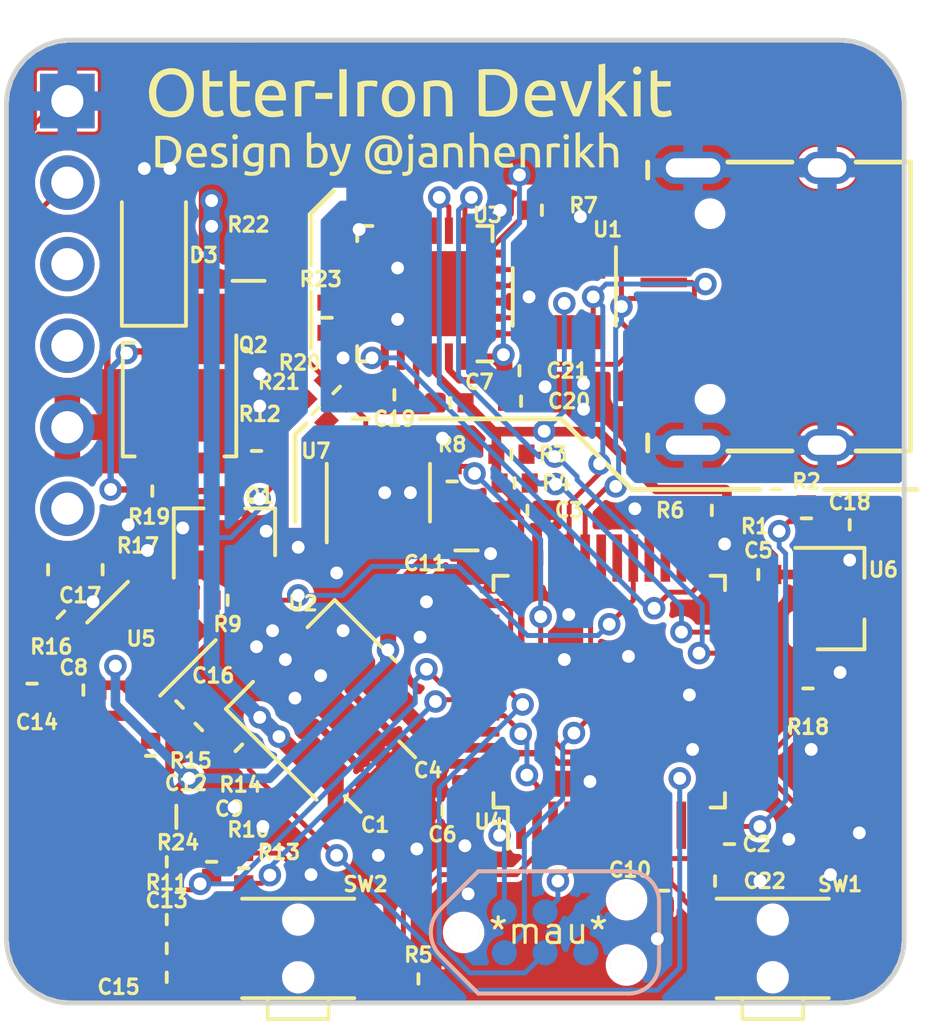
<source format=kicad_pcb>
(kicad_pcb (version 20171130) (host pcbnew 5.1.5-52549c5~84~ubuntu19.10.1)
  (layers (0 F.Cu mixed) (31 B.Cu mixed) (34 B.Paste user) (35 F.Paste user) (36 B.SilkS user) (37 F.SilkS user) (38 B.Mask user) (39 F.Mask user) (44 Edge.Cuts user))
  (net 0 "")
  (net 1 GND)
  (net 2 OLED_SDA)
  (net 3 VBUS)
  (net 4 "Net-(Q1-Pad3)")
  (net 5 "Net-(J2-Pad12)")
  (net 6 OLED_SCL)
  (net 7 "Net-(Q1-Pad1)")
  (net 8 INT_N)
  (net 9 +3V3)
  (net 10 SDA)
  (net 11 SCL)
  (net 12 CC2)
  (net 13 CC1)
  (net 14 "Net-(U4-Pad3)")
  (net 15 "Net-(U4-Pad4)")
  (net 16 "Net-(U4-Pad5)")
  (net 17 "Net-(U4-Pad6)")
  (net 18 nRST)
  (net 19 "Net-(U4-Pad18)")
  (net 20 "Net-(U4-Pad19)")
  (net 21 "Net-(U4-Pad20)")
  (net 22 "Net-(U4-Pad26)")
  (net 23 "Net-(U4-Pad27)")
  (net 24 "Net-(U4-Pad28)")
  (net 25 "Net-(U4-Pad30)")
  (net 26 SWDIO)
  (net 27 SWCLK)
  (net 28 "Net-(U4-Pad40)")
  (net 29 "Net-(U4-Pad41)")
  (net 30 "Net-(U4-Pad46)")
  (net 31 "Net-(C14-Pad2)")
  (net 32 "Net-(C14-Pad1)")
  (net 33 "Net-(C12-Pad1)")
  (net 34 "Net-(C12-Pad2)")
  (net 35 "Net-(J2-Pad6)")
  (net 36 "Net-(J2-Pad9)")
  (net 37 "Net-(C13-Pad1)")
  (net 38 "Net-(C15-Pad1)")
  (net 39 "Net-(R17-Pad2)")
  (net 40 "Net-(C16-Pad1)")
  (net 41 "Net-(C16-Pad2)")
  (net 42 UIN)
  (net 43 PWM)
  (net 44 TTIP)
  (net 45 TREF)
  (net 46 "Net-(R18-Pad2)")
  (net 47 "Net-(U4-Pad17)")
  (net 48 "Net-(Q2-Pad4)")
  (net 49 "Net-(U4-Pad38)")
  (net 50 USB_P)
  (net 51 USB_N)
  (net 52 "Net-(J1-PadA8)")
  (net 53 "Net-(J1-PadB8)")
  (net 54 "Net-(U4-Pad31)")
  (net 55 "Net-(U4-Pad16)")
  (net 56 "Net-(C19-Pad2)")
  (net 57 "Net-(C20-Pad1)")
  (net 58 "Net-(R7-Pad2)")
  (net 59 "Net-(U3-Pad20)")
  (net 60 "Net-(U3-Pad17)")
  (net 61 "Net-(U3-Pad16)")
  (net 62 "Net-(U3-Pad15)")
  (net 63 "Net-(U3-Pad14)")
  (net 64 "Net-(U3-Pad11)")
  (net 65 "Net-(U3-Pad9)")
  (net 66 "Net-(U3-Pad3)")
  (net 67 "Net-(Q2-Pad1)")
  (net 68 IIN)
  (net 69 "Net-(R20-Pad2)")
  (net 70 "Net-(R21-Pad1)")
  (net 71 "Net-(R23-Pad1)")
  (net 72 "Net-(U4-Pad45)")
  (net 73 "Net-(U4-Pad39)")
  (net 74 "Net-(SW1-Pad2)")
  (net 75 C245_JUNC)
  (net 76 "Net-(D3-Pad1)")
  (net 77 "Net-(J3-Pad6)")
  (net 78 "Net-(J3-Pad4)")
  (net 79 "Net-(J3-Pad3)")
  (net 80 "Net-(C17-Pad1)")
  (net 81 "Net-(R5-Pad2)")
  (net 82 "Net-(U4-Pad14)")
  (net 83 "Net-(P1-Pad6)")
  (module otter:OtterIron_Devkit_silk (layer F.Cu) (at 98.6 92.475)
    (fp_text reference G*** hide)
    (fp_text value LOGO hide)
  )
  (module otter:QFN-24-1EP_4x4mm_P0.5mm_EP2.7x2.7mm (layer F.Cu) (at 99.05 97.9 180)
    (fp_text reference U3 (at -1.95 2.45) (layer F.SilkS) (effects (font (size 0.45 0.45) (thickness 0.1))))
    (fp_text value STUSB4500QTR)
    (pad 24 smd rect (at -1.25 -1.9625 180) (size 0.25 0.825) (layers F.Cu F.Paste F.Mask) (net 3 VBUS))
    (pad 23 smd rect (at -0.75 -1.9625 180) (size 0.25 0.825) (layers F.Cu F.Paste F.Mask) (net 57 "Net-(C20-Pad1)"))
    (pad 22 smd rect (at -0.25 -1.9625 180) (size 0.25 0.825) (layers F.Cu F.Paste F.Mask) (net 9 +3V3))
    (pad 21 smd rect (at 0.25 -1.9625 180) (size 0.25 0.825) (layers F.Cu F.Paste F.Mask) (net 56 "Net-(C19-Pad2)"))
    (pad 20 smd rect (at 0.75 -1.9625 180) (size 0.25 0.825) (layers F.Cu F.Paste F.Mask) (net 59 "Net-(U3-Pad20)"))
    (pad 19 smd rect (at 1.25 -1.9625 180) (size 0.25 0.825) (layers F.Cu F.Paste F.Mask) (net 8 INT_N))
    (pad 18 smd rect (at 1.9625 -1.25 180) (size 0.825 0.25) (layers F.Cu F.Paste F.Mask) (net 71 "Net-(R23-Pad1)"))
    (pad 17 smd rect (at 1.9625 -0.75 180) (size 0.825 0.25) (layers F.Cu F.Paste F.Mask) (net 60 "Net-(U3-Pad17)"))
    (pad 16 smd rect (at 1.9625 -0.25 180) (size 0.825 0.25) (layers F.Cu F.Paste F.Mask) (net 61 "Net-(U3-Pad16)"))
    (pad 15 smd rect (at 1.9625 0.25 180) (size 0.825 0.25) (layers F.Cu F.Paste F.Mask) (net 62 "Net-(U3-Pad15)"))
    (pad 14 smd rect (at 1.9625 0.75 180) (size 0.825 0.25) (layers F.Cu F.Paste F.Mask) (net 63 "Net-(U3-Pad14)"))
    (pad 13 smd rect (at 1.9625 1.25 180) (size 0.825 0.25) (layers F.Cu F.Paste F.Mask) (net 1 GND))
    (pad 12 smd rect (at 1.25 1.9625 180) (size 0.25 0.825) (layers F.Cu F.Paste F.Mask) (net 1 GND))
    (pad 11 smd rect (at 0.75 1.9625 180) (size 0.25 0.825) (layers F.Cu F.Paste F.Mask) (net 64 "Net-(U3-Pad11)"))
    (pad 10 smd rect (at 0.25 1.9625 180) (size 0.25 0.825) (layers F.Cu F.Paste F.Mask) (net 1 GND))
    (pad 9 smd rect (at -0.25 1.9625 180) (size 0.25 0.825) (layers F.Cu F.Paste F.Mask) (net 65 "Net-(U3-Pad9)"))
    (pad 8 smd rect (at -0.75 1.9625 180) (size 0.25 0.825) (layers F.Cu F.Paste F.Mask) (net 10 SDA))
    (pad 7 smd rect (at -1.25 1.9625 180) (size 0.25 0.825) (layers F.Cu F.Paste F.Mask) (net 11 SCL))
    (pad 6 smd rect (at -1.9625 1.25 180) (size 0.825 0.25) (layers F.Cu F.Paste F.Mask) (net 58 "Net-(R7-Pad2)"))
    (pad 5 smd rect (at -1.9625 0.75 180) (size 0.825 0.25) (layers F.Cu F.Paste F.Mask) (net 12 CC2))
    (pad 4 smd rect (at -1.9625 0.25 180) (size 0.825 0.25) (layers F.Cu F.Paste F.Mask) (net 12 CC2))
    (pad 3 smd rect (at -1.9625 -0.25 180) (size 0.825 0.25) (layers F.Cu F.Paste F.Mask) (net 66 "Net-(U3-Pad3)"))
    (pad 2 smd rect (at -1.9625 -0.75 180) (size 0.825 0.25) (layers F.Cu F.Paste F.Mask) (net 13 CC1))
    (pad 1 smd rect (at -1.9625 -1.25 180) (size 0.825 0.25) (layers F.Cu F.Paste F.Mask) (net 13 CC1))
    (pad 25 smd rect (at 0 0 180) (size 2.65 2.65) (layers F.Cu F.Mask) (net 1 GND))
  )
  (module Connector_PinHeader_2.54mm:PinHeader_1x06_P2.54mm_Vertical (layer F.Cu) (at 87.9 91.9)
    (fp_text reference J3 hide)
    (fp_text value C245)
    (pad 6 thru_hole oval (at 0 12.7) (size 1.7 1.7) (drill 1) (layers *.Cu *.Mask) (net 77 "Net-(J3-Pad6)"))
    (pad 5 thru_hole oval (at 0 10.16) (size 1.7 1.7) (drill 1) (layers *.Cu *.Mask) (net 76 "Net-(D3-Pad1)"))
    (pad 4 thru_hole oval (at 0 7.62) (size 1.7 1.7) (drill 1) (layers *.Cu *.Mask) (net 78 "Net-(J3-Pad4)"))
    (pad 3 thru_hole oval (at 0 5.08) (size 1.7 1.7) (drill 1) (layers *.Cu *.Mask) (net 79 "Net-(J3-Pad3)"))
    (pad 2 thru_hole oval (at 0 2.54) (size 1.7 1.7) (drill 1) (layers *.Cu *.Mask) (net 75 C245_JUNC))
    (pad 1 thru_hole rect (at 0 0) (size 1.7 1.7) (drill 1) (layers *.Cu *.Mask) (net 1 GND))
  )
  (module otter:C_0603 (layer F.Cu) (at 91.3 114.2 180)
    (fp_text reference C9 (at -1.65 0.25) (layer F.SilkS) (effects (font (size 0.45 0.45) (thickness 0.1))))
    (fp_text value "1μF 25V" hide)
    (pad 2 smd rect (at 0.75 0 180) (size 0.6 0.9) (layers F.Cu F.Paste F.Mask) (net 1 GND))
    (pad 1 smd rect (at -0.75 0 180) (size 0.6 0.9) (layers F.Cu F.Paste F.Mask) (net 9 +3V3))
  )
  (module otter:TC2030 (layer B.Cu) (at 102.8 117.8)
    (fp_text reference P1 hide)
    (fp_text value TC2030-CTX hide)
    (pad "" np_thru_hole circle (at 2.54 -1.016) (size 0.98552 0.98552) (drill 0.98552) (layers *.Cu *.Mask B.SilkS))
    (pad "" np_thru_hole circle (at 2.54 1.016) (size 0.98552 0.98552) (drill 0.98552) (layers *.Cu *.Mask B.SilkS))
    (pad "" np_thru_hole circle (at -2.54 0) (size 0.98806 0.98806) (drill 0.98806) (layers *.Cu *.Mask B.SilkS))
    (pad 6 connect circle (at 1.27 0.635) (size 0.78486 0.78486) (layers B.Cu B.Mask) (net 83 "Net-(P1-Pad6)"))
    (pad 5 connect circle (at 1.27 -0.635) (size 0.78486 0.78486) (layers B.Cu B.Mask) (net 1 GND))
    (pad 4 connect circle (at 0 0.635) (size 0.78486 0.78486) (layers B.Cu B.Mask) (net 27 SWCLK))
    (pad 3 connect circle (at 0 -0.635) (size 0.78486 0.78486) (layers B.Cu B.Mask) (net 18 nRST))
    (pad 2 connect circle (at -1.27 0.635) (size 0.78486 0.78486) (layers B.Cu B.Mask) (net 26 SWDIO))
    (pad 1 connect circle (at -1.27 -0.635) (size 0.78486 0.78486) (layers B.Cu B.Mask) (net 9 +3V3))
  )
  (module NetTie:NetTie-2_SMD_Pad0.5mm (layer F.Cu) (at 86.5 93.5 90)
    (fp_text reference NT1 hide)
    (fp_text value JUNC_N)
    (fp_poly (pts (xy -0.5 -0.25) (xy 0.5 -0.25) (xy 0.5 0.25) (xy -0.5 0.25)) (layer F.Cu) (width 0))
    (pad 2 smd circle (at 0.5 0 90) (size 0.5 0.5) (layers F.Cu) (net 1 GND))
    (pad 1 smd circle (at -0.5 0 90) (size 0.5 0.5) (layers F.Cu) (net 80 "Net-(C17-Pad1)"))
  )
  (module Button_Switch_SMD:SW_SPST_EVQP7C (layer F.Cu) (at 95.1 118.3)
    (fp_text reference SW2 (at 2.1 -2) (layer F.SilkS) (effects (font (size 0.45 0.45) (thickness 0.1))))
    (fp_text value key2)
    (pad "" np_thru_hole circle (at 0 0.9) (size 0.7 0.7) (drill 0.7) (layers *.Cu *.Mask))
    (pad "" np_thru_hole circle (at 0 -0.9) (size 0.7 0.7) (drill 0.7) (layers *.Cu *.Mask))
    (pad 2 smd rect (at -1.8 0.72) (size 1.4 1.05) (layers F.Cu F.Paste F.Mask) (net 81 "Net-(R5-Pad2)"))
    (pad 2 smd rect (at 1.8 0.72) (size 1.4 1.05) (layers F.Cu F.Paste F.Mask) (net 81 "Net-(R5-Pad2)"))
    (pad 1 smd rect (at -1.8 -0.72) (size 1.4 1.05) (layers F.Cu F.Paste F.Mask) (net 9 +3V3))
    (pad 1 smd rect (at 1.8 -0.72) (size 1.4 1.05) (layers F.Cu F.Paste F.Mask) (net 9 +3V3))
  )
  (module Button_Switch_SMD:SW_SPST_EVQP7C (layer F.Cu) (at 109.9 118.3)
    (fp_text reference SW1 (at 2.1 -2) (layer F.SilkS) (effects (font (size 0.45 0.45) (thickness 0.1))))
    (fp_text value key1)
    (pad "" np_thru_hole circle (at 0 0.9) (size 0.7 0.7) (drill 0.7) (layers *.Cu *.Mask))
    (pad "" np_thru_hole circle (at 0 -0.9) (size 0.7 0.7) (drill 0.7) (layers *.Cu *.Mask))
    (pad 2 smd rect (at -1.8 0.72) (size 1.4 1.05) (layers F.Cu F.Paste F.Mask) (net 74 "Net-(SW1-Pad2)"))
    (pad 2 smd rect (at 1.8 0.72) (size 1.4 1.05) (layers F.Cu F.Paste F.Mask) (net 74 "Net-(SW1-Pad2)"))
    (pad 1 smd rect (at -1.8 -0.72) (size 1.4 1.05) (layers F.Cu F.Paste F.Mask) (net 9 +3V3))
    (pad 1 smd rect (at 1.8 -0.72) (size 1.4 1.05) (layers F.Cu F.Paste F.Mask) (net 9 +3V3))
  )
  (module otter:LQFP-48_7x7mm_P0.5mm (layer F.Cu) (at 104.8 110.3 90)
    (fp_text reference U4 (at -4.05 -3.75 180) (layer F.SilkS) (effects (font (size 0.45 0.45) (thickness 0.1))))
    (fp_text value STM32F072C8Tx hide)
    (pad 48 smd rect (at -2.75 -4.1625 90) (size 0.3 1.475) (layers F.Cu F.Paste F.Mask) (net 9 +3V3))
    (pad 47 smd rect (at -2.25 -4.1625 90) (size 0.3 1.475) (layers F.Cu F.Paste F.Mask) (net 1 GND))
    (pad 46 smd rect (at -1.75 -4.1625 90) (size 0.3 1.475) (layers F.Cu F.Paste F.Mask) (net 30 "Net-(U4-Pad46)"))
    (pad 45 smd rect (at -1.25 -4.1625 90) (size 0.3 1.475) (layers F.Cu F.Paste F.Mask) (net 72 "Net-(U4-Pad45)"))
    (pad 44 smd rect (at -0.75 -4.1625 90) (size 0.3 1.475) (layers F.Cu F.Paste F.Mask) (net 81 "Net-(R5-Pad2)"))
    (pad 43 smd rect (at -0.25 -4.1625 90) (size 0.3 1.475) (layers F.Cu F.Paste F.Mask) (net 2 OLED_SDA))
    (pad 42 smd rect (at 0.25 -4.1625 90) (size 0.3 1.475) (layers F.Cu F.Paste F.Mask) (net 6 OLED_SCL))
    (pad 41 smd rect (at 0.75 -4.1625 90) (size 0.3 1.475) (layers F.Cu F.Paste F.Mask) (net 29 "Net-(U4-Pad41)"))
    (pad 40 smd rect (at 1.25 -4.1625 90) (size 0.3 1.475) (layers F.Cu F.Paste F.Mask) (net 28 "Net-(U4-Pad40)"))
    (pad 39 smd rect (at 1.75 -4.1625 90) (size 0.3 1.475) (layers F.Cu F.Paste F.Mask) (net 73 "Net-(U4-Pad39)"))
    (pad 38 smd rect (at 2.25 -4.1625 90) (size 0.3 1.475) (layers F.Cu F.Paste F.Mask) (net 49 "Net-(U4-Pad38)"))
    (pad 37 smd rect (at 2.75 -4.1625 90) (size 0.3 1.475) (layers F.Cu F.Paste F.Mask) (net 27 SWCLK))
    (pad 36 smd rect (at 4.1625 -2.75 90) (size 1.475 0.3) (layers F.Cu F.Paste F.Mask) (net 9 +3V3))
    (pad 35 smd rect (at 4.1625 -2.25 90) (size 1.475 0.3) (layers F.Cu F.Paste F.Mask) (net 1 GND))
    (pad 34 smd rect (at 4.1625 -1.75 90) (size 1.475 0.3) (layers F.Cu F.Paste F.Mask) (net 26 SWDIO))
    (pad 33 smd rect (at 4.1625 -1.25 90) (size 1.475 0.3) (layers F.Cu F.Paste F.Mask) (net 50 USB_P))
    (pad 32 smd rect (at 4.1625 -0.75 90) (size 1.475 0.3) (layers F.Cu F.Paste F.Mask) (net 51 USB_N))
    (pad 31 smd rect (at 4.1625 -0.25 90) (size 1.475 0.3) (layers F.Cu F.Paste F.Mask) (net 54 "Net-(U4-Pad31)"))
    (pad 30 smd rect (at 4.1625 0.25 90) (size 1.475 0.3) (layers F.Cu F.Paste F.Mask) (net 25 "Net-(U4-Pad30)"))
    (pad 29 smd rect (at 4.1625 0.75 90) (size 1.475 0.3) (layers F.Cu F.Paste F.Mask) (net 43 PWM))
    (pad 28 smd rect (at 4.1625 1.25 90) (size 1.475 0.3) (layers F.Cu F.Paste F.Mask) (net 24 "Net-(U4-Pad28)"))
    (pad 27 smd rect (at 4.1625 1.75 90) (size 1.475 0.3) (layers F.Cu F.Paste F.Mask) (net 23 "Net-(U4-Pad27)"))
    (pad 26 smd rect (at 4.1625 2.25 90) (size 1.475 0.3) (layers F.Cu F.Paste F.Mask) (net 22 "Net-(U4-Pad26)"))
    (pad 25 smd rect (at 4.1625 2.75 90) (size 1.475 0.3) (layers F.Cu F.Paste F.Mask) (net 8 INT_N))
    (pad 24 smd rect (at 2.75 4.1625 90) (size 0.3 1.475) (layers F.Cu F.Paste F.Mask) (net 9 +3V3))
    (pad 23 smd rect (at 2.25 4.1625 90) (size 0.3 1.475) (layers F.Cu F.Paste F.Mask) (net 1 GND))
    (pad 22 smd rect (at 1.75 4.1625 90) (size 0.3 1.475) (layers F.Cu F.Paste F.Mask) (net 10 SDA))
    (pad 21 smd rect (at 1.25 4.1625 90) (size 0.3 1.475) (layers F.Cu F.Paste F.Mask) (net 11 SCL))
    (pad 20 smd rect (at 0.75 4.1625 90) (size 0.3 1.475) (layers F.Cu F.Paste F.Mask) (net 21 "Net-(U4-Pad20)"))
    (pad 19 smd rect (at 0.25 4.1625 90) (size 0.3 1.475) (layers F.Cu F.Paste F.Mask) (net 20 "Net-(U4-Pad19)"))
    (pad 18 smd rect (at -0.25 4.1625 90) (size 0.3 1.475) (layers F.Cu F.Paste F.Mask) (net 19 "Net-(U4-Pad18)"))
    (pad 17 smd rect (at -0.75 4.1625 90) (size 0.3 1.475) (layers F.Cu F.Paste F.Mask) (net 47 "Net-(U4-Pad17)"))
    (pad 16 smd rect (at -1.25 4.1625 90) (size 0.3 1.475) (layers F.Cu F.Paste F.Mask) (net 55 "Net-(U4-Pad16)"))
    (pad 15 smd rect (at -1.75 4.1625 90) (size 0.3 1.475) (layers F.Cu F.Paste F.Mask) (net 45 TREF))
    (pad 14 smd rect (at -2.25 4.1625 90) (size 0.3 1.475) (layers F.Cu F.Paste F.Mask) (net 82 "Net-(U4-Pad14)"))
    (pad 13 smd rect (at -2.75 4.1625 90) (size 0.3 1.475) (layers F.Cu F.Paste F.Mask) (net 74 "Net-(SW1-Pad2)"))
    (pad 12 smd rect (at -4.1625 2.75 90) (size 1.475 0.3) (layers F.Cu F.Paste F.Mask) (net 42 UIN))
    (pad 11 smd rect (at -4.1625 2.25 90) (size 1.475 0.3) (layers F.Cu F.Paste F.Mask) (net 44 TTIP))
    (pad 10 smd rect (at -4.1625 1.75 90) (size 1.475 0.3) (layers F.Cu F.Paste F.Mask) (net 68 IIN))
    (pad 9 smd rect (at -4.1625 1.25 90) (size 1.475 0.3) (layers F.Cu F.Paste F.Mask) (net 9 +3V3))
    (pad 8 smd rect (at -4.1625 0.75 90) (size 1.475 0.3) (layers F.Cu F.Paste F.Mask) (net 1 GND))
    (pad 7 smd rect (at -4.1625 0.25 90) (size 1.475 0.3) (layers F.Cu F.Paste F.Mask) (net 18 nRST))
    (pad 6 smd rect (at -4.1625 -0.25 90) (size 1.475 0.3) (layers F.Cu F.Paste F.Mask) (net 17 "Net-(U4-Pad6)"))
    (pad 5 smd rect (at -4.1625 -0.75 90) (size 1.475 0.3) (layers F.Cu F.Paste F.Mask) (net 16 "Net-(U4-Pad5)"))
    (pad 4 smd rect (at -4.1625 -1.25 90) (size 1.475 0.3) (layers F.Cu F.Paste F.Mask) (net 15 "Net-(U4-Pad4)"))
    (pad 3 smd rect (at -4.1625 -1.75 90) (size 1.475 0.3) (layers F.Cu F.Paste F.Mask) (net 14 "Net-(U4-Pad3)"))
    (pad 2 smd rect (at -4.1625 -2.25 90) (size 1.475 0.3) (layers F.Cu F.Paste F.Mask) (net 81 "Net-(R5-Pad2)"))
    (pad 1 smd rect (at -4.1625 -2.75 90) (size 1.475 0.3) (layers F.Cu F.Paste F.Mask) (net 9 +3V3))
  )
  (module otter:R_0402 (layer F.Cu) (at 91 115.6)
    (fp_text reference R24 (at 0.35 -0.6) (layer F.SilkS) (effects (font (size 0.45 0.45) (thickness 0.1))))
    (fp_text value 2k37 hide)
    (pad 2 smd rect (at 0.47 0) (size 0.5 0.6) (layers F.Cu F.Paste F.Mask) (net 9 +3V3))
    (pad 1 smd rect (at -0.47 0) (size 0.5 0.6) (layers F.Cu F.Paste F.Mask) (net 36 "Net-(J2-Pad9)"))
  )
  (module otter:R_0402 (layer F.Cu) (at 96 98.65 90)
    (fp_text reference R23 (at 1.2 -0.2 180) (layer F.SilkS) (effects (font (size 0.45 0.45) (thickness 0.1))))
    (fp_text value 2k37 hide)
    (pad 2 smd rect (at 0.47 0 90) (size 0.5 0.6) (layers F.Cu F.Paste F.Mask) (net 3 VBUS))
    (pad 1 smd rect (at -0.47 0 90) (size 0.5 0.6) (layers F.Cu F.Paste F.Mask) (net 71 "Net-(R23-Pad1)"))
  )
  (module otter:R_0805 (layer F.Cu) (at 93.55 97.5 270)
    (fp_text reference R22 (at -1.75 0 180) (layer F.SilkS) (effects (font (size 0.45 0.45) (thickness 0.1))))
    (fp_text value 10m hide)
    (pad 2 smd rect (at 0.95 0 270) (size 0.7 1.3) (layers F.Cu F.Paste F.Mask) (net 67 "Net-(Q2-Pad1)"))
    (pad 1 smd rect (at -0.95 0 270) (size 0.7 1.3) (layers F.Cu F.Paste F.Mask) (net 3 VBUS))
  )
  (module otter:R_0402 (layer F.Cu) (at 95.65 101.55 135)
    (fp_text reference R21 (at 1.449569 -0.176777 180) (layer F.SilkS) (effects (font (size 0.45 0.45) (thickness 0.1))))
    (fp_text value 33 hide)
    (pad 2 smd rect (at 0.47 0 135) (size 0.5 0.6) (layers F.Cu F.Paste F.Mask) (net 67 "Net-(Q2-Pad1)"))
    (pad 1 smd rect (at -0.47 0 135) (size 0.5 0.6) (layers F.Cu F.Paste F.Mask) (net 70 "Net-(R21-Pad1)"))
  )
  (module otter:R_0402 (layer F.Cu) (at 96.3 100.9 315)
    (fp_text reference R20 (at -1.414214 0.212132 180) (layer F.SilkS) (effects (font (size 0.45 0.45) (thickness 0.1))))
    (fp_text value 33 hide)
    (pad 2 smd rect (at 0.47 0 315) (size 0.5 0.6) (layers F.Cu F.Paste F.Mask) (net 69 "Net-(R20-Pad2)"))
    (pad 1 smd rect (at -0.47 0 315) (size 0.5 0.6) (layers F.Cu F.Paste F.Mask) (net 3 VBUS))
  )
  (module otter:R_0402 (layer F.Cu) (at 90.55 104.05 180)
    (fp_text reference R19 (at 0.1 -0.8) (layer F.SilkS) (effects (font (size 0.45 0.45) (thickness 0.1))))
    (fp_text value 20 hide)
    (pad 2 smd rect (at 0.47 0 180) (size 0.5 0.6) (layers F.Cu F.Paste F.Mask) (net 48 "Net-(Q2-Pad4)"))
    (pad 1 smd rect (at -0.47 0 180) (size 0.5 0.6) (layers F.Cu F.Paste F.Mask) (net 4 "Net-(Q1-Pad3)"))
  )
  (module otter:R_0402 (layer F.Cu) (at 111 110.2 90)
    (fp_text reference R18 (at -1.2 0 180) (layer F.SilkS) (effects (font (size 0.45 0.45) (thickness 0.1))))
    (fp_text value 2k37 hide)
    (pad 2 smd rect (at 0.47 0 90) (size 0.5 0.6) (layers F.Cu F.Paste F.Mask) (net 46 "Net-(R18-Pad2)"))
    (pad 1 smd rect (at -0.47 0 90) (size 0.5 0.6) (layers F.Cu F.Paste F.Mask) (net 45 TREF))
  )
  (module otter:R_0402 (layer F.Cu) (at 89 106.5)
    (fp_text reference R17 (at 1.1 -0.75) (layer F.SilkS) (effects (font (size 0.45 0.45) (thickness 0.1))))
    (fp_text value 100k hide)
    (pad 2 smd rect (at 0.47 0) (size 0.5 0.6) (layers F.Cu F.Paste F.Mask) (net 39 "Net-(R17-Pad2)"))
    (pad 1 smd rect (at -0.47 0) (size 0.5 0.6) (layers F.Cu F.Paste F.Mask) (net 75 C245_JUNC))
  )
  (module otter:R_0402 (layer F.Cu) (at 87.7 107.9 315)
    (fp_text reference R16 (at 0.494975 0.919239) (layer F.SilkS) (effects (font (size 0.45 0.45) (thickness 0.1))))
    (fp_text value 2k37 hide)
    (pad 2 smd rect (at 0.47 0 315) (size 0.5 0.6) (layers F.Cu F.Paste F.Mask) (net 40 "Net-(C16-Pad1)"))
    (pad 1 smd rect (at -0.47 0 315) (size 0.5 0.6) (layers F.Cu F.Paste F.Mask) (net 80 "Net-(C17-Pad1)"))
  )
  (module otter:R_0402 (layer F.Cu) (at 92 111.4 45)
    (fp_text reference R15 (at -0.919239 0.565685 180) (layer F.SilkS) (effects (font (size 0.45 0.45) (thickness 0.1))))
    (fp_text value 750k hide)
    (pad 2 smd rect (at 0.47 0 45) (size 0.5 0.6) (layers F.Cu F.Paste F.Mask) (net 41 "Net-(C16-Pad2)"))
    (pad 1 smd rect (at -0.47 0 45) (size 0.5 0.6) (layers F.Cu F.Paste F.Mask) (net 40 "Net-(C16-Pad1)"))
  )
  (module otter:R_0402 (layer F.Cu) (at 93.25 112.05 315)
    (fp_text reference R14 (at 0.848528 0.777817 180) (layer F.SilkS) (effects (font (size 0.45 0.45) (thickness 0.1))))
    (fp_text value 2k37 hide)
    (pad 2 smd rect (at 0.47 0 315) (size 0.5 0.6) (layers F.Cu F.Paste F.Mask) (net 44 TTIP))
    (pad 1 smd rect (at -0.47 0 315) (size 0.5 0.6) (layers F.Cu F.Paste F.Mask) (net 41 "Net-(C16-Pad2)"))
  )
  (module otter:R_0402 (layer F.Cu) (at 93.4 115.8 90)
    (fp_text reference R13 (at 0.5 1.1 180) (layer F.SilkS) (effects (font (size 0.45 0.45) (thickness 0.1))))
    (fp_text value 2k37 hide)
    (pad 2 smd rect (at 0.47 0 90) (size 0.5 0.6) (layers F.Cu F.Paste F.Mask) (net 9 +3V3))
    (pad 1 smd rect (at -0.47 0 90) (size 0.5 0.6) (layers F.Cu F.Paste F.Mask) (net 2 OLED_SDA))
  )
  (module otter:R_0402 (layer F.Cu) (at 93.8 102.8 270)
    (fp_text reference R12 (at -1.15 -0.1 180) (layer F.SilkS) (effects (font (size 0.45 0.45) (thickness 0.1))))
    (fp_text value 2k37 hide)
    (pad 2 smd rect (at 0.47 0 270) (size 0.5 0.6) (layers F.Cu F.Paste F.Mask) (net 4 "Net-(Q1-Pad3)"))
    (pad 1 smd rect (at -0.47 0 270) (size 0.5 0.6) (layers F.Cu F.Paste F.Mask) (net 3 VBUS))
  )
  (module otter:R_0402 (layer F.Cu) (at 91 117.4)
    (fp_text reference R11 (at 0 -1.15) (layer F.SilkS) (effects (font (size 0.45 0.45) (thickness 0.1))))
    (fp_text value 560k hide)
    (pad 2 smd rect (at 0.47 0) (size 0.5 0.6) (layers F.Cu F.Paste F.Mask) (net 1 GND))
    (pad 1 smd rect (at -0.47 0) (size 0.5 0.6) (layers F.Cu F.Paste F.Mask) (net 5 "Net-(J2-Pad12)"))
  )
  (module otter:R_0402 (layer F.Cu) (at 92.4 115.6 90)
    (fp_text reference R10 (at 1 1.15 180) (layer F.SilkS) (effects (font (size 0.45 0.45) (thickness 0.1))))
    (fp_text value 2k37 hide)
    (pad 2 smd rect (at 0.47 0 90) (size 0.5 0.6) (layers F.Cu F.Paste F.Mask) (net 9 +3V3))
    (pad 1 smd rect (at -0.47 0 90) (size 0.5 0.6) (layers F.Cu F.Paste F.Mask) (net 6 OLED_SCL))
  )
  (module otter:R_0402 (layer F.Cu) (at 92.9 107.45 180)
    (fp_text reference R9 (at 0 -0.75) (layer F.SilkS) (effects (font (size 0.45 0.45) (thickness 0.1))))
    (fp_text value 2k37 hide)
    (pad 2 smd rect (at 0.47 0 180) (size 0.5 0.6) (layers F.Cu F.Paste F.Mask) (net 7 "Net-(Q1-Pad1)"))
    (pad 1 smd rect (at -0.47 0 180) (size 0.5 0.6) (layers F.Cu F.Paste F.Mask) (net 43 PWM))
  )
  (module otter:R_0402 (layer F.Cu) (at 99.9 103.75 270)
    (fp_text reference R8 (at -1.15 0 180) (layer F.SilkS) (effects (font (size 0.45 0.45) (thickness 0.1))))
    (fp_text value 2k37 hide)
    (pad 2 smd rect (at 0.47 0 270) (size 0.5 0.6) (layers F.Cu F.Paste F.Mask) (net 1 GND))
    (pad 1 smd rect (at -0.47 0 270) (size 0.5 0.6) (layers F.Cu F.Paste F.Mask) (net 68 IIN))
  )
  (module otter:R_0402 (layer F.Cu) (at 102.7 95.3 180)
    (fp_text reference R7 (at -1.3 0.15) (layer F.SilkS) (effects (font (size 0.45 0.45) (thickness 0.1))))
    (fp_text value 2k37 hide)
    (pad 2 smd rect (at 0.47 0 180) (size 0.5 0.6) (layers F.Cu F.Paste F.Mask) (net 58 "Net-(R7-Pad2)"))
    (pad 1 smd rect (at -0.47 0 180) (size 0.5 0.6) (layers F.Cu F.Paste F.Mask) (net 1 GND))
  )
  (module otter:R_0402 (layer F.Cu) (at 108 104.65)
    (fp_text reference R6 (at -1.3 0) (layer F.SilkS) (effects (font (size 0.45 0.45) (thickness 0.1))))
    (fp_text value 2k37 hide)
    (pad 2 smd rect (at 0.47 0) (size 0.5 0.6) (layers F.Cu F.Paste F.Mask) (net 9 +3V3))
    (pad 1 smd rect (at -0.47 0) (size 0.5 0.6) (layers F.Cu F.Paste F.Mask) (net 8 INT_N))
  )
  (module otter:R_0402 (layer F.Cu) (at 98.85 119.25 180)
    (fp_text reference R5 (at 0 0.75) (layer F.SilkS) (effects (font (size 0.45 0.45) (thickness 0.1))))
    (fp_text value 2k37 hide)
    (pad 2 smd rect (at 0.47 0 180) (size 0.5 0.6) (layers F.Cu F.Paste F.Mask) (net 81 "Net-(R5-Pad2)"))
    (pad 1 smd rect (at -0.47 0 180) (size 0.5 0.6) (layers F.Cu F.Paste F.Mask) (net 1 GND))
  )
  (module otter:R_0402 (layer F.Cu) (at 101.85 103.8 180)
    (fp_text reference R4 (at -1.3 0) (layer F.SilkS) (effects (font (size 0.45 0.45) (thickness 0.1))))
    (fp_text value 2k37 hide)
    (pad 2 smd rect (at 0.47 0 180) (size 0.5 0.6) (layers F.Cu F.Paste F.Mask) (net 9 +3V3))
    (pad 1 smd rect (at -0.47 0 180) (size 0.5 0.6) (layers F.Cu F.Paste F.Mask) (net 10 SDA))
  )
  (module otter:R_0402 (layer F.Cu) (at 101.75 102.9 180)
    (fp_text reference R3 (at -1.3 0) (layer F.SilkS) (effects (font (size 0.45 0.45) (thickness 0.1))))
    (fp_text value 2k37 hide)
    (pad 2 smd rect (at 0.47 0 180) (size 0.5 0.6) (layers F.Cu F.Paste F.Mask) (net 9 +3V3))
    (pad 1 smd rect (at -0.47 0 180) (size 0.5 0.6) (layers F.Cu F.Paste F.Mask) (net 11 SCL))
  )
  (module otter:R_0402 (layer F.Cu) (at 110.95 104.9 90)
    (fp_text reference R2 (at 1.15 0 180) (layer F.SilkS) (effects (font (size 0.45 0.45) (thickness 0.1))))
    (fp_text value 100k hide)
    (pad 2 smd rect (at 0.47 0 90) (size 0.5 0.6) (layers F.Cu F.Paste F.Mask) (net 1 GND))
    (pad 1 smd rect (at -0.47 0 90) (size 0.5 0.6) (layers F.Cu F.Paste F.Mask) (net 42 UIN))
  )
  (module otter:R_0402 (layer F.Cu) (at 110 104 270)
    (fp_text reference R1 (at 1.15 0.65 180) (layer F.SilkS) (effects (font (size 0.45 0.45) (thickness 0.1))))
    (fp_text value 560k hide)
    (pad 2 smd rect (at 0.47 0 270) (size 0.5 0.6) (layers F.Cu F.Paste F.Mask) (net 42 UIN))
    (pad 1 smd rect (at -0.47 0 270) (size 0.5 0.6) (layers F.Cu F.Paste F.Mask) (net 3 VBUS))
  )
  (module otter:C_0402 (layer F.Cu) (at 108.1 116.2)
    (fp_text reference C22 (at 1.55 0) (layer F.SilkS) (effects (font (size 0.45 0.45) (thickness 0.1))))
    (fp_text value 0.1μF hide)
    (pad 2 smd rect (at 0.47 0) (size 0.5 0.6) (layers F.Cu F.Paste F.Mask) (net 1 GND))
    (pad 1 smd rect (at -0.47 0) (size 0.5 0.6) (layers F.Cu F.Paste F.Mask) (net 68 IIN))
  )
  (module otter:C_0402 (layer F.Cu) (at 102 100.3 180)
    (fp_text reference C21 (at -1.5 0) (layer F.SilkS) (effects (font (size 0.45 0.45) (thickness 0.1))))
    (fp_text value 0.1μF hide)
    (pad 2 smd rect (at 0.47 0 180) (size 0.5 0.6) (layers F.Cu F.Paste F.Mask) (net 3 VBUS))
    (pad 1 smd rect (at -0.47 0 180) (size 0.5 0.6) (layers F.Cu F.Paste F.Mask) (net 1 GND))
  )
  (module otter:C_0402 (layer F.Cu) (at 102.05 101.25)
    (fp_text reference C20 (at 1.5 0) (layer F.SilkS) (effects (font (size 0.45 0.45) (thickness 0.1))))
    (fp_text value "1μF 25V" hide)
    (pad 2 smd rect (at 0.47 0) (size 0.5 0.6) (layers F.Cu F.Paste F.Mask) (net 1 GND))
    (pad 1 smd rect (at -0.47 0) (size 0.5 0.6) (layers F.Cu F.Paste F.Mask) (net 57 "Net-(C20-Pad1)"))
  )
  (module otter:C_0402 (layer F.Cu) (at 98.1 101.05)
    (fp_text reference C19 (at 0 0.75) (layer F.SilkS) (effects (font (size 0.45 0.45) (thickness 0.1))))
    (fp_text value "1μF 25V" hide)
    (pad 2 smd rect (at 0.47 0) (size 0.5 0.6) (layers F.Cu F.Paste F.Mask) (net 56 "Net-(C19-Pad2)"))
    (pad 1 smd rect (at -0.47 0) (size 0.5 0.6) (layers F.Cu F.Paste F.Mask) (net 1 GND))
  )
  (module otter:C_0402 (layer F.Cu) (at 112.3 105.1)
    (fp_text reference C18 (at 0 -0.7) (layer F.SilkS) (effects (font (size 0.45 0.45) (thickness 0.1))))
    (fp_text value 0.1μF hide)
    (pad 2 smd rect (at 0.47 0) (size 0.5 0.6) (layers F.Cu F.Paste F.Mask) (net 1 GND))
    (pad 1 smd rect (at -0.47 0) (size 0.5 0.6) (layers F.Cu F.Paste F.Mask) (net 9 +3V3))
  )
  (module otter:C_0402 (layer F.Cu) (at 87.3 106.5)
    (fp_text reference C17 (at 1 0.8) (layer F.SilkS) (effects (font (size 0.45 0.45) (thickness 0.1))))
    (fp_text value DNP hide)
    (pad 2 smd rect (at 0.47 0) (size 0.5 0.6) (layers F.Cu F.Paste F.Mask) (net 75 C245_JUNC))
    (pad 1 smd rect (at -0.47 0) (size 0.5 0.6) (layers F.Cu F.Paste F.Mask) (net 80 "Net-(C17-Pad1)"))
  )
  (module otter:C_0402 (layer F.Cu) (at 91.4 110.7 45)
    (fp_text reference C16 (at 1.378858 0.106066 180) (layer F.SilkS) (effects (font (size 0.45 0.45) (thickness 0.1))))
    (fp_text value 18p hide)
    (pad 2 smd rect (at 0.47 0 45) (size 0.5 0.6) (layers F.Cu F.Paste F.Mask) (net 41 "Net-(C16-Pad2)"))
    (pad 1 smd rect (at -0.47 0 45) (size 0.5 0.6) (layers F.Cu F.Paste F.Mask) (net 40 "Net-(C16-Pad1)"))
  )
  (module otter:C_0402 (layer F.Cu) (at 91 119.2)
    (fp_text reference C15 (at -1.5 0.3) (layer F.SilkS) (effects (font (size 0.45 0.45) (thickness 0.1))))
    (fp_text value "1μF 25V" hide)
    (pad 2 smd rect (at 0.47 0) (size 0.5 0.6) (layers F.Cu F.Paste F.Mask) (net 1 GND))
    (pad 1 smd rect (at -0.47 0) (size 0.5 0.6) (layers F.Cu F.Paste F.Mask) (net 38 "Net-(C15-Pad1)"))
  )
  (module otter:C_0402 (layer F.Cu) (at 86.8 110.05 90)
    (fp_text reference C14 (at -1.2 0.15 180) (layer F.SilkS) (effects (font (size 0.45 0.45) (thickness 0.1))))
    (fp_text value "1μF 25V" hide)
    (pad 2 smd rect (at 0.47 0 90) (size 0.5 0.6) (layers F.Cu F.Paste F.Mask) (net 31 "Net-(C14-Pad2)"))
    (pad 1 smd rect (at -0.47 0 90) (size 0.5 0.6) (layers F.Cu F.Paste F.Mask) (net 32 "Net-(C14-Pad1)"))
  )
  (module otter:C_0402 (layer F.Cu) (at 91 118.3)
    (fp_text reference C13 (at 0 -1.5) (layer F.SilkS) (effects (font (size 0.45 0.45) (thickness 0.1))))
    (fp_text value "1μF 25V" hide)
    (pad 2 smd rect (at 0.47 0) (size 0.5 0.6) (layers F.Cu F.Paste F.Mask) (net 1 GND))
    (pad 1 smd rect (at -0.47 0) (size 0.5 0.6) (layers F.Cu F.Paste F.Mask) (net 37 "Net-(C13-Pad1)"))
  )
  (module otter:C_0402 (layer F.Cu) (at 90.5 112.3 270)
    (fp_text reference C12 (at 0.85 -1.1 180) (layer F.SilkS) (effects (font (size 0.45 0.45) (thickness 0.1))))
    (fp_text value "1μF 25V" hide)
    (pad 2 smd rect (at 0.47 0 270) (size 0.5 0.6) (layers F.Cu F.Paste F.Mask) (net 34 "Net-(C12-Pad2)"))
    (pad 1 smd rect (at -0.47 0 270) (size 0.5 0.6) (layers F.Cu F.Paste F.Mask) (net 33 "Net-(C12-Pad1)"))
  )
  (module otter:C_0603 (layer F.Cu) (at 100.35 105.9 270)
    (fp_text reference C11 (at 0.4 1.3 180) (layer F.SilkS) (effects (font (size 0.45 0.45) (thickness 0.1))))
    (fp_text value "1μF 25V" hide)
    (pad 2 smd rect (at 0.75 0 270) (size 0.6 0.9) (layers F.Cu F.Paste F.Mask) (net 1 GND))
    (pad 1 smd rect (at -0.75 0 270) (size 0.6 0.9) (layers F.Cu F.Paste F.Mask) (net 9 +3V3))
  )
  (module otter:C_0402 (layer F.Cu) (at 106.5 116.5 270)
    (fp_text reference C10 (at -0.65 1.05 180) (layer F.SilkS) (effects (font (size 0.45 0.45) (thickness 0.1))))
    (fp_text value 0.1μF hide)
    (pad 2 smd rect (at 0.47 0 270) (size 0.5 0.6) (layers F.Cu F.Paste F.Mask) (net 1 GND))
    (pad 1 smd rect (at -0.47 0 270) (size 0.5 0.6) (layers F.Cu F.Paste F.Mask) (net 9 +3V3))
  )
  (module otter:C_0402 (layer F.Cu) (at 88.4 110.25 180)
    (fp_text reference C8 (at 0.3 0.7) (layer F.SilkS) (effects (font (size 0.45 0.45) (thickness 0.1))))
    (fp_text value 0.1μF hide)
    (pad 2 smd rect (at 0.47 0 180) (size 0.5 0.6) (layers F.Cu F.Paste F.Mask) (net 1 GND))
    (pad 1 smd rect (at -0.47 0 180) (size 0.5 0.6) (layers F.Cu F.Paste F.Mask) (net 9 +3V3))
  )
  (module otter:C_0402 (layer F.Cu) (at 99.85 101.3 180)
    (fp_text reference C7 (at -0.9 0.65) (layer F.SilkS) (effects (font (size 0.45 0.45) (thickness 0.1))))
    (fp_text value 0.1μF hide)
    (pad 2 smd rect (at 0.47 0 180) (size 0.5 0.6) (layers F.Cu F.Paste F.Mask) (net 1 GND))
    (pad 1 smd rect (at -0.47 0 180) (size 0.5 0.6) (layers F.Cu F.Paste F.Mask) (net 9 +3V3))
  )
  (module otter:C_0402 (layer F.Cu) (at 99.6 114 180)
    (fp_text reference C6 (at 0 -0.75) (layer F.SilkS) (effects (font (size 0.45 0.45) (thickness 0.1))))
    (fp_text value 0.1μF hide)
    (pad 2 smd rect (at 0.47 0 180) (size 0.5 0.6) (layers F.Cu F.Paste F.Mask) (net 1 GND))
    (pad 1 smd rect (at -0.47 0 180) (size 0.5 0.6) (layers F.Cu F.Paste F.Mask) (net 9 +3V3))
  )
  (module otter:C_0402 (layer F.Cu) (at 109.45 106.65 180)
    (fp_text reference C5 (at 0 0.75) (layer F.SilkS) (effects (font (size 0.45 0.45) (thickness 0.1))))
    (fp_text value 0.1μF hide)
    (pad 2 smd rect (at 0.47 0 180) (size 0.5 0.6) (layers F.Cu F.Paste F.Mask) (net 1 GND))
    (pad 1 smd rect (at -0.47 0 180) (size 0.5 0.6) (layers F.Cu F.Paste F.Mask) (net 9 +3V3))
  )
  (module otter:C_0603 (layer F.Cu) (at 98.5 112.1 225)
    (fp_text reference C4 (at 0 -0.919239 180) (layer F.SilkS) (effects (font (size 0.45 0.45) (thickness 0.1))))
    (fp_text value "1μF 25V" hide)
    (pad 2 smd rect (at 0.75 0 225) (size 0.6 0.9) (layers F.Cu F.Paste F.Mask) (net 1 GND))
    (pad 1 smd rect (at -0.75 0 225) (size 0.6 0.9) (layers F.Cu F.Paste F.Mask) (net 9 +3V3))
  )
  (module otter:C_0402 (layer F.Cu) (at 102.25 104.65)
    (fp_text reference C3 (at 1.3 0) (layer F.SilkS) (effects (font (size 0.45 0.45) (thickness 0.1))))
    (fp_text value 0.1μF hide)
    (pad 2 smd rect (at 0.47 0) (size 0.5 0.6) (layers F.Cu F.Paste F.Mask) (net 1 GND))
    (pad 1 smd rect (at -0.47 0) (size 0.5 0.6) (layers F.Cu F.Paste F.Mask) (net 9 +3V3))
  )
  (module otter:C_0402 (layer F.Cu) (at 108.55 115.05 270)
    (fp_text reference C2 (at 0 -0.85 180) (layer F.SilkS) (effects (font (size 0.45 0.45) (thickness 0.1))))
    (fp_text value 0.1μF hide)
    (pad 2 smd rect (at 0.47 0 270) (size 0.5 0.6) (layers F.Cu F.Paste F.Mask) (net 1 GND))
    (pad 1 smd rect (at -0.47 0 270) (size 0.5 0.6) (layers F.Cu F.Paste F.Mask) (net 42 UIN))
  )
  (module otter:C_0603 (layer F.Cu) (at 96.8 113.8 45)
    (fp_text reference C1 (at 0.035355 0.954594 180) (layer F.SilkS) (effects (font (size 0.45 0.45) (thickness 0.1))))
    (fp_text value "1μF 25V" hide)
    (pad 2 smd rect (at 0.75 0 45) (size 0.6 0.9) (layers F.Cu F.Paste F.Mask) (net 1 GND))
    (pad 1 smd rect (at -0.75 0 45) (size 0.6 0.9) (layers F.Cu F.Paste F.Mask) (net 3 VBUS))
  )
  (module Package_TO_SOT_SMD:SOT-23-5 (layer F.Cu) (at 97.6 104.1 90)
    (fp_text reference U7 (at 1.3 -1.95 180) (layer F.SilkS) (effects (font (size 0.45 0.45) (thickness 0.1))))
    (fp_text value SI8540)
    (pad 5 smd rect (at 1.1 -0.95 90) (size 1.06 0.65) (layers F.Cu F.Paste F.Mask) (net 70 "Net-(R21-Pad1)"))
    (pad 4 smd rect (at 1.1 0.95 90) (size 1.06 0.65) (layers F.Cu F.Paste F.Mask) (net 68 IIN))
    (pad 3 smd rect (at -1.1 0.95 90) (size 1.06 0.65) (layers F.Cu F.Paste F.Mask) (net 1 GND))
    (pad 2 smd rect (at -1.1 0 90) (size 1.06 0.65) (layers F.Cu F.Paste F.Mask) (net 1 GND))
    (pad 1 smd rect (at -1.1 -0.95 90) (size 1.06 0.65) (layers F.Cu F.Paste F.Mask) (net 69 "Net-(R20-Pad2)"))
  )
  (module Package_TO_SOT_SMD:SOT-23 (layer F.Cu) (at 112 107.4)
    (fp_text reference U6 (at 1.35 -0.9) (layer F.SilkS) (effects (font (size 0.45 0.45) (thickness 0.1))))
    (fp_text value MCP9700AT-ETT)
    (pad 3 smd rect (at 1 0) (size 0.9 0.8) (layers F.Cu F.Paste F.Mask) (net 1 GND))
    (pad 2 smd rect (at -1 0.95) (size 0.9 0.8) (layers F.Cu F.Paste F.Mask) (net 46 "Net-(R18-Pad2)"))
    (pad 1 smd rect (at -1 -0.95) (size 0.9 0.8) (layers F.Cu F.Paste F.Mask) (net 9 +3V3))
  )
  (module Package_TO_SOT_SMD:SOT-23-5 (layer F.Cu) (at 90.293934 108.649569 225)
    (fp_text reference U5 (at 0.066726 0.066117 180) (layer F.SilkS) (effects (font (size 0.45 0.45) (thickness 0.1))))
    (fp_text value OPA340NA)
    (pad 5 smd rect (at 1.1 -0.95 225) (size 1.06 0.65) (layers F.Cu F.Paste F.Mask) (net 9 +3V3))
    (pad 4 smd rect (at 1.1 0.95 225) (size 1.06 0.65) (layers F.Cu F.Paste F.Mask) (net 40 "Net-(C16-Pad1)"))
    (pad 3 smd rect (at -1.1 0.95 225) (size 1.06 0.65) (layers F.Cu F.Paste F.Mask) (net 39 "Net-(R17-Pad2)"))
    (pad 2 smd rect (at -1.1 0 225) (size 1.06 0.65) (layers F.Cu F.Paste F.Mask) (net 1 GND))
    (pad 1 smd rect (at -1.1 -0.95 225) (size 1.06 0.65) (layers F.Cu F.Paste F.Mask) (net 41 "Net-(C16-Pad2)"))
  )
  (module Package_TO_SOT_SMD:SOT-89-3 (layer F.Cu) (at 95.8 110.4 135)
    (fp_text reference U2 (at 2.404163 1.626346 180) (layer F.SilkS) (effects (font (size 0.45 0.45) (thickness 0.1))))
    (fp_text value AP2204R-3.3)
    (pad 2 smd trapezoid (at -0.0762 0 225) (size 1.5 1) (rect_delta 0 0.7) (layers F.Cu F.Paste F.Mask) (net 1 GND))
    (pad 2 smd rect (at 1.3335 0 45) (size 2.2 1.84) (layers F.Cu F.Paste F.Mask) (net 1 GND))
    (pad 3 smd rect (at -1.48 1.5 45) (size 1 1.5) (layers F.Cu F.Paste F.Mask) (net 9 +3V3))
    (pad 2 smd rect (at -1.3335 0 45) (size 1 1.8) (layers F.Cu F.Paste F.Mask) (net 1 GND))
    (pad 1 smd rect (at -1.48 -1.5 45) (size 1 1.5) (layers F.Cu F.Paste F.Mask) (net 3 VBUS))
    (pad 2 smd trapezoid (at 2.667 0 45) (size 1.6 0.85) (rect_delta 0 0.6) (layers F.Cu F.Paste F.Mask) (net 1 GND))
  )
  (module Package_TO_SOT_SMD:SOT-23-6 (layer F.Cu) (at 103.4 98 270)
    (fp_text reference U1 (at -2.1 -1.35 180) (layer F.SilkS) (effects (font (size 0.45 0.45) (thickness 0.1))))
    (fp_text value USBLC6-4SC6)
    (pad 5 smd rect (at 1.1 0 270) (size 1.06 0.65) (layers F.Cu F.Paste F.Mask) (net 9 +3V3))
    (pad 6 smd rect (at 1.1 -0.95 270) (size 1.06 0.65) (layers F.Cu F.Paste F.Mask) (net 50 USB_P))
    (pad 4 smd rect (at 1.1 0.95 270) (size 1.06 0.65) (layers F.Cu F.Paste F.Mask) (net 13 CC1))
    (pad 3 smd rect (at -1.1 0.95 270) (size 1.06 0.65) (layers F.Cu F.Paste F.Mask) (net 12 CC2))
    (pad 2 smd rect (at -1.1 0 270) (size 1.06 0.65) (layers F.Cu F.Paste F.Mask) (net 1 GND))
    (pad 1 smd rect (at -1.1 -0.95 270) (size 1.06 0.65) (layers F.Cu F.Paste F.Mask) (net 51 USB_N))
  )
  (module otter:Diodes_PowerDI3333-8 (layer F.Cu) (at 91.4 101.2 270)
    (fp_text reference Q2 (at -1.7 -2.3 180) (layer F.SilkS) (effects (font (size 0.45 0.45) (thickness 0.1))))
    (fp_text value DMP3017SFG)
    (pad 1 smd rect (at -1.5 -0.975 270) (size 0.7 0.42) (layers F.Cu F.Paste F.Mask) (net 67 "Net-(Q2-Pad1)"))
    (pad 3 smd rect (at -1.5 0.325 270) (size 0.7 0.42) (layers F.Cu F.Paste F.Mask) (net 67 "Net-(Q2-Pad1)"))
    (pad 2 smd rect (at -1.5 -0.325 270) (size 0.7 0.42) (layers F.Cu F.Paste F.Mask) (net 67 "Net-(Q2-Pad1)"))
    (pad 4 smd rect (at -1.5 0.975 270) (size 0.7 0.42) (layers F.Cu F.Paste F.Mask) (net 48 "Net-(Q2-Pad4)"))
    (pad 5 smd custom (at 0.455 0 270) (size 1.71 2.37) (layers F.Cu F.Paste F.Mask) (net 76 "Net-(D3-Pad1)") (options (clearance outline) (anchor rect)) (primitives (gr_poly (pts (xy 0.855 1.185) (xy 1.395 1.185) (xy 1.395 0.765) (xy 0.855 0.765)) (width 0)) (gr_poly (pts (xy 0.855 0.535) (xy 1.395 0.535) (xy 1.395 0.115) (xy 0.855 0.115)) (width 0)) (gr_poly (pts (xy 0.855 -0.115) (xy 1.395 -0.115) (xy 1.395 -0.535) (xy 0.855 -0.535)) (width 0)) (gr_poly (pts (xy 0.855 -0.765) (xy 1.395 -0.765) (xy 1.395 -1.185) (xy 0.855 -1.185)) (width 0))))
  )
  (module Package_TO_SOT_SMD:SOT-23 (layer F.Cu) (at 92.8 105.35 90)
    (fp_text reference Q1 (at 1.15 1.1 180) (layer F.SilkS) (effects (font (size 0.45 0.45) (thickness 0.1))))
    (fp_text value SS8050)
    (pad 3 smd rect (at 1 0 90) (size 0.9 0.8) (layers F.Cu F.Paste F.Mask) (net 4 "Net-(Q1-Pad3)"))
    (pad 2 smd rect (at -1 0.95 90) (size 0.9 0.8) (layers F.Cu F.Paste F.Mask) (net 1 GND))
    (pad 1 smd rect (at -1 -0.95 90) (size 0.9 0.8) (layers F.Cu F.Paste F.Mask) (net 7 "Net-(Q1-Pad1)"))
  )
  (module otter:0.69OLED (layer F.Cu) (at 88.7 114.990776 270)
    (fp_text reference J2 hide)
    (fp_text value OLED_64x32)
    (pad 1 smd rect (at -3.94 0 270) (size 0.32 2) (layers F.Cu F.Paste F.Mask) (net 31 "Net-(C14-Pad2)"))
    (pad 2 smd rect (at -3.333847 0 270) (size 0.32 2) (layers F.Cu F.Paste F.Mask) (net 32 "Net-(C14-Pad1)"))
    (pad 3 smd rect (at -2.727694 0 270) (size 0.32 2) (layers F.Cu F.Paste F.Mask) (net 33 "Net-(C12-Pad1)"))
    (pad 4 smd rect (at -2.121541 0 270) (size 0.32 2) (layers F.Cu F.Paste F.Mask) (net 34 "Net-(C12-Pad2)"))
    (pad 5 smd rect (at -1.515388 0 270) (size 0.32 2) (layers F.Cu F.Paste F.Mask) (net 9 +3V3))
    (pad 6 smd rect (at -0.909235 0 270) (size 0.32 2) (layers F.Cu F.Paste F.Mask) (net 35 "Net-(J2-Pad6)"))
    (pad 7 smd rect (at -0.303082 0 270) (size 0.32 2) (layers F.Cu F.Paste F.Mask) (net 1 GND))
    (pad 8 smd rect (at 0.303071 0 270) (size 0.32 2) (layers F.Cu F.Paste F.Mask) (net 9 +3V3))
    (pad 9 smd rect (at 0.909224 0 270) (size 0.32 2) (layers F.Cu F.Paste F.Mask) (net 36 "Net-(J2-Pad9)"))
    (pad 10 smd rect (at 1.515377 0 270) (size 0.32 2) (layers F.Cu F.Paste F.Mask) (net 6 OLED_SCL))
    (pad 11 smd rect (at 2.12153 0 270) (size 0.32 2) (layers F.Cu F.Paste F.Mask) (net 2 OLED_SDA))
    (pad 12 smd rect (at 2.727683 0 270) (size 0.32 2) (layers F.Cu F.Paste F.Mask) (net 5 "Net-(J2-Pad12)"))
    (pad 13 smd rect (at 3.333836 0 270) (size 0.32 2) (layers F.Cu F.Paste F.Mask) (net 37 "Net-(C13-Pad1)"))
    (pad 14 smd rect (at 3.94 0 270) (size 0.32 2) (layers F.Cu F.Paste F.Mask) (net 38 "Net-(C15-Pad1)"))
  )
  (module "otter:USB-C 16Pin" (layer F.Cu) (at 106.5 98.3 90)
    (fp_text reference J1 hide)
    (fp_text value USB_C_Receptacle_USB2.0)
    (pad A9 smd rect (at -2.4 0 90) (size 0.6 1.45) (layers F.Cu F.Paste F.Mask) (net 3 VBUS))
    (pad B9 smd rect (at 2.4 0 90) (size 0.6 1.45) (layers F.Cu F.Paste F.Mask) (net 3 VBUS))
    (pad B12 smd rect (at 3.2 0 90) (size 0.6 1.45) (layers F.Cu F.Paste F.Mask) (net 1 GND))
    (pad A12 smd rect (at -3.2 0 90) (size 0.6 1.45) (layers F.Cu F.Paste F.Mask) (net 1 GND))
    (pad S1 thru_hole oval (at -4.32 0.915 90) (size 1 2.1) (drill oval 0.6 1.7) (layers *.Cu *.Mask) (net 1 GND))
    (pad S1 thru_hole oval (at 4.32 0.915 90) (size 1 2.1) (drill oval 0.6 1.7) (layers *.Cu *.Mask) (net 1 GND))
    (pad S1 thru_hole oval (at -4.32 5.095 90) (size 1 1.6) (drill oval 0.6 1.2) (layers *.Cu *.Mask) (net 1 GND))
    (pad S1 thru_hole oval (at 4.32 5.095 90) (size 1 1.6) (drill oval 0.6 1.2) (layers *.Cu *.Mask) (net 1 GND))
    (pad "" np_thru_hole circle (at 2.89 1.445 90) (size 0.65 0.65) (drill 0.65) (layers *.Cu *.Mask))
    (pad "" np_thru_hole circle (at -2.89 1.445 90) (size 0.65 0.65) (drill 0.65) (layers *.Cu *.Mask))
    (pad B1 smd rect (at 3.2 0 90) (size 0.6 1.45) (layers F.Cu F.Paste F.Mask) (net 1 GND))
    (pad B4 smd rect (at 2.4 0 90) (size 0.6 1.45) (layers F.Cu F.Paste F.Mask) (net 3 VBUS))
    (pad B5 smd rect (at 1.75 0 90) (size 0.3 1.45) (layers F.Cu F.Paste F.Mask) (net 12 CC2))
    (pad A8 smd rect (at 1.25 0 90) (size 0.3 1.45) (layers F.Cu F.Paste F.Mask) (net 52 "Net-(J1-PadA8)"))
    (pad B6 smd rect (at 0.75 0 90) (size 0.3 1.45) (layers F.Cu F.Paste F.Mask) (net 50 USB_P))
    (pad A7 smd rect (at 0.25 0 90) (size 0.3 1.45) (layers F.Cu F.Paste F.Mask) (net 51 USB_N))
    (pad A6 smd rect (at -0.25 0 90) (size 0.3 1.45) (layers F.Cu F.Paste F.Mask) (net 50 USB_P))
    (pad B7 smd rect (at -0.75 0 90) (size 0.3 1.45) (layers F.Cu F.Paste F.Mask) (net 51 USB_N))
    (pad A5 smd rect (at -1.25 0 90) (size 0.3 1.45) (layers F.Cu F.Paste F.Mask) (net 13 CC1))
    (pad B8 smd rect (at -1.75 0 90) (size 0.3 1.45) (layers F.Cu F.Paste F.Mask) (net 53 "Net-(J1-PadB8)"))
    (pad A4 smd rect (at -2.4 0 90) (size 0.6 1.45) (layers F.Cu F.Paste F.Mask) (net 3 VBUS))
    (pad A1 smd rect (at -3.2 0 90) (size 0.6 1.45) (layers F.Cu F.Paste F.Mask) (net 1 GND))
  )
  (module Diode_SMD:D_SOD-123F (layer F.Cu) (at 90.6 96.7 90)
    (fp_text reference D3 (at 0 1.55 180) (layer F.SilkS) (effects (font (size 0.45 0.45) (thickness 0.1))))
    (fp_text value B140-E3)
    (pad 2 smd rect (at 1.4 0 90) (size 1.1 1.1) (layers F.Cu F.Paste F.Mask) (net 1 GND))
    (pad 1 smd rect (at -1.4 0 90) (size 1.1 1.1) (layers F.Cu F.Paste F.Mask) (net 76 "Net-(D3-Pad1)"))
  )
  (gr_text *mau* (at 102.9 117.75) (layer F.SilkS) (effects (font (size 0.8 0.8) (thickness 0.1))))
  (gr_line (start 95.5 95.4) (end 96.2 94.7) (layer F.SilkS) (width 0.15))
  (gr_line (start 95.5 97) (end 95.5 95.4) (layer F.SilkS) (width 0.15))
  (gr_line (start 95.5 99.6) (end 95.5 97.85) (layer F.SilkS) (width 0.15))
  (gr_line (start 95 102.3) (end 95 105) (layer F.SilkS) (width 0.15))
  (gr_line (start 95.35 101.95) (end 95 102.3) (layer F.SilkS) (width 0.15))
  (gr_line (start 97.3 101.8) (end 96.8 101.8) (layer F.SilkS) (width 0.15))
  (gr_line (start 103.3 101.8) (end 98.9 101.8) (layer F.SilkS) (width 0.15))
  (gr_line (start 105.5 104) (end 103.3 101.8) (layer F.SilkS) (width 0.15))
  (gr_line (start 109.5 104) (end 105.5 104) (layer F.SilkS) (width 0.15))
  (gr_line (start 114.4 104) (end 111.5 104) (layer F.SilkS) (width 0.15))
  (gr_arc (start 88 118) (end 85.999999 118) (angle -90) (layer Edge.Cuts) (width 0.15))
  (gr_arc (start 112 118) (end 112 120.000001) (angle -90) (layer Edge.Cuts) (width 0.15))
  (gr_arc (start 112 92) (end 114.000001 92) (angle -90) (layer Edge.Cuts) (width 0.15))
  (gr_arc (start 88 92) (end 88 90) (angle -90) (layer Edge.Cuts) (width 0.15))
  (gr_line (start 86 92) (end 85.999999 118) (layer Edge.Cuts) (width 0.15))
  (gr_line (start 112 90) (end 88 90) (layer Edge.Cuts) (width 0.15))
  (gr_line (start 114 118) (end 114 92) (layer Edge.Cuts) (width 0.15))
  (gr_line (start 88 120.000001) (end 112 120.000001) (layer Edge.Cuts) (width 0.15))
  (via (at 95.8 109.8) (size 0.7) (drill 0.4) (layers F.Cu B.Cu) (net 1))
  (via (at 95 110.5) (size 0.7) (drill 0.4) (layers F.Cu B.Cu) (net 1))
  (via (at 94.7 109.3) (size 0.7) (drill 0.4) (layers F.Cu B.Cu) (net 1))
  (via (at 94.3 108.4) (size 0.7) (drill 0.4) (layers F.Cu B.Cu) (net 1))
  (via (at 93.8 108.9) (size 0.7) (drill 0.4) (layers F.Cu B.Cu) (net 1))
  (via (at 98.2 98.7) (size 0.7) (drill 0.4) (layers F.Cu B.Cu) (net 1))
  (via (at 98.2 97.1) (size 0.7) (drill 0.4) (layers F.Cu B.Cu) (net 1))
  (segment (start 97.33033 113.26967) (end 97.96967 112.63033) (width 0.5) (layer F.Cu) (net 1))
  (segment (start 97.96967 112.56967) (end 96.742927 111.342927) (width 0.5) (layer F.Cu) (net 1))
  (segment (start 97.96967 112.63033) (end 97.96967 112.56967) (width 0.5) (layer F.Cu) (net 1))
  (segment (start 87.6 91.9) (end 87.9 91.9) (width 0.154) (layer F.Cu) (net 1))
  (segment (start 86.5 93) (end 87.6 91.9) (width 0.154) (layer F.Cu) (net 1))
  (segment (start 102.55 105.274) (end 102.55 106.1375) (width 0.154) (layer F.Cu) (net 1))
  (segment (start 102.72 105.104) (end 102.55 105.274) (width 0.154) (layer F.Cu) (net 1))
  (segment (start 102.72 104.65) (end 102.72 105.104) (width 0.154) (layer F.Cu) (net 1))
  (via (at 97 95.9) (size 0.7) (drill 0.4) (layers F.Cu B.Cu) (net 1))
  (segment (start 97.0875 96.65) (end 97.0875 95.9875) (width 0.154) (layer F.Cu) (net 1))
  (segment (start 97.0875 95.9875) (end 97 95.9) (width 0.154) (layer F.Cu) (net 1))
  (segment (start 97.0375 95.9375) (end 97 95.9) (width 0.154) (layer F.Cu) (net 1))
  (segment (start 97.8 95.9375) (end 97.0375 95.9375) (width 0.154) (layer F.Cu) (net 1))
  (segment (start 98.8 97.65) (end 99.05 97.9) (width 0.154) (layer F.Cu) (net 1))
  (segment (start 98.8 95.9375) (end 98.8 97.65) (width 0.154) (layer F.Cu) (net 1))
  (via (at 101.4 95.3) (size 0.7) (drill 0.4) (layers F.Cu B.Cu) (net 1))
  (via (at 103.9 95.5) (size 0.7) (drill 0.4) (layers F.Cu B.Cu) (net 1))
  (via (at 102.3 98) (size 0.7) (drill 0.4) (layers F.Cu B.Cu) (net 1))
  (segment (start 102.620802 98) (end 102.3 98) (width 0.154) (layer F.Cu) (net 1))
  (segment (start 103.4 97.220802) (end 102.620802 98) (width 0.154) (layer F.Cu) (net 1))
  (segment (start 103.4 96.9) (end 103.4 97.220802) (width 0.154) (layer F.Cu) (net 1))
  (via (at 99.1 107.5) (size 0.7) (drill 0.4) (layers F.Cu B.Cu) (net 1))
  (segment (start 99.148999 101.581001) (end 97.707001 101.581001) (width 0.154) (layer F.Cu) (net 1))
  (segment (start 99.38 101.35) (end 99.148999 101.581001) (width 0.154) (layer F.Cu) (net 1))
  (segment (start 97.63 101.504) (end 97.63 101.05) (width 0.154) (layer F.Cu) (net 1))
  (segment (start 97.707001 101.581001) (end 97.63 101.504) (width 0.154) (layer F.Cu) (net 1))
  (segment (start 99.38 101.3) (end 99.38 101.35) (width 0.154) (layer F.Cu) (net 1))
  (via (at 96.5 99.9) (size 0.7) (drill 0.4) (layers F.Cu B.Cu) (net 1))
  (via (at 101.1 106) (size 0.7) (drill 0.4) (layers F.Cu B.Cu) (net 1))
  (via (at 98.9 108.6) (size 0.7) (drill 0.4) (layers F.Cu B.Cu) (net 1))
  (via (at 96.5 108.4) (size 0.7) (drill 0.4) (layers F.Cu B.Cu) (net 1))
  (via (at 95.1 105.8) (size 0.7) (drill 0.4) (layers F.Cu B.Cu) (net 1))
  (via (at 93.9 100.4) (size 0.7) (drill 0.4) (layers F.Cu B.Cu) (net 1))
  (via (at 93.9 101.4) (size 0.7) (drill 0.4) (layers F.Cu B.Cu) (net 1))
  (via (at 90.3 94) (size 0.7) (drill 0.4) (layers F.Cu B.Cu) (net 1))
  (via (at 91.1 94) (size 0.7) (drill 0.4) (layers F.Cu B.Cu) (net 1))
  (via (at 104 100.7) (size 0.7) (drill 0.4) (layers F.Cu B.Cu) (net 1))
  (via (at 104 101.5) (size 0.7) (drill 0.4) (layers F.Cu B.Cu) (net 1))
  (via (at 98.6 104.1) (size 0.7) (drill 0.4) (layers F.Cu B.Cu) (net 1))
  (via (at 97.8 104.1) (size 0.7) (drill 0.4) (layers F.Cu B.Cu) (net 1))
  (via (at 99.6 102.4) (size 0.7) (drill 0.4) (layers F.Cu B.Cu) (net 1))
  (via (at 96.3 106.6) (size 0.7) (drill 0.4) (layers F.Cu B.Cu) (net 1))
  (segment (start 103.418497 107.897497) (end 103.538468 107.897497) (width 0.154) (layer F.Cu) (net 1))
  (segment (start 102.55 106.1375) (end 102.55 107.029) (width 0.154) (layer F.Cu) (net 1))
  (segment (start 102.55 107.029) (end 103.418497 107.897497) (width 0.154) (layer F.Cu) (net 1))
  (via (at 103.538468 107.897497) (size 0.7) (drill 0.4) (layers F.Cu B.Cu) (net 1))
  (via (at 109.5 116.2) (size 0.7) (drill 0.4) (layers F.Cu B.Cu) (net 1))
  (via (at 110.4 114.9) (size 0.7) (drill 0.4) (layers F.Cu B.Cu) (net 1))
  (via (at 107.4 112.1) (size 0.7) (drill 0.4) (layers F.Cu B.Cu) (net 1))
  (via (at 107.3 110.4) (size 0.7) (drill 0.4) (layers F.Cu B.Cu) (net 1))
  (via (at 105.4 109.2) (size 0.7) (drill 0.4) (layers F.Cu B.Cu) (net 1))
  (via (at 104.2 113.1) (size 0.7) (drill 0.4) (layers F.Cu B.Cu) (net 1))
  (via (at 103.4 109.3) (size 0.7) (drill 0.4) (layers F.Cu B.Cu) (net 1))
  (via (at 106.3 118) (size 0.7) (drill 0.4) (layers F.Cu B.Cu) (net 1))
  (via (at 100.4 116.6) (size 0.7) (drill 0.4) (layers F.Cu B.Cu) (net 1))
  (via (at 100.3 115.1) (size 0.7) (drill 0.4) (layers F.Cu B.Cu) (net 1))
  (via (at 98.8 115.2) (size 0.7) (drill 0.4) (layers F.Cu B.Cu) (net 1))
  (via (at 97.6 115.4) (size 0.7) (drill 0.4) (layers F.Cu B.Cu) (net 1))
  (via (at 95.5 116) (size 0.7) (drill 0.4) (layers F.Cu B.Cu) (net 1))
  (via (at 94 114.5) (size 0.7) (drill 0.4) (layers F.Cu B.Cu) (net 1))
  (via (at 93.1 113.9) (size 0.7) (drill 0.4) (layers F.Cu B.Cu) (net 1))
  (via (at 88.7 107.5) (size 0.7) (drill 0.4) (layers F.Cu B.Cu) (net 1))
  (via (at 90.4 105.9) (size 0.7) (drill 0.4) (layers F.Cu B.Cu) (net 1))
  (via (at 89.8 105.1) (size 0.7) (drill 0.4) (layers F.Cu B.Cu) (net 1))
  (via (at 91.5 105.2) (size 0.7) (drill 0.4) (layers F.Cu B.Cu) (net 1))
  (via (at 94.1 105.3) (size 0.7) (drill 0.4) (layers F.Cu B.Cu) (net 1))
  (via (at 111.1 112.1) (size 0.7) (drill 0.4) (layers F.Cu B.Cu) (net 1))
  (via (at 112.6 114.7) (size 0.7) (drill 0.4) (layers F.Cu B.Cu) (net 1))
  (via (at 111.7 116) (size 0.7) (drill 0.4) (layers F.Cu B.Cu) (net 1))
  (via (at 112 109.7) (size 0.7) (drill 0.4) (layers F.Cu B.Cu) (net 1))
  (via (at 112.3 106.2) (size 0.7) (drill 0.4) (layers F.Cu B.Cu) (net 1))
  (via (at 105.6 104.6) (size 0.7) (drill 0.4) (layers F.Cu B.Cu) (net 1))
  (via (at 108.4 105.7) (size 0.7) (drill 0.4) (layers F.Cu B.Cu) (net 1))
  (via (at 102.8 100.8) (size 0.7) (drill 0.4) (layers F.Cu B.Cu) (net 1))
  (segment (start 90.19073 114.2) (end 90.55 114.2) (width 0.3) (layer F.Cu) (net 1))
  (segment (start 89.703036 114.687694) (end 90.19073 114.2) (width 0.3) (layer F.Cu) (net 1))
  (segment (start 88.7 114.687694) (end 89.703036 114.687694) (width 0.3) (layer F.Cu) (net 1))
  (segment (start 99.437291 110.55) (end 99.381309 110.605982) (width 0.154) (layer F.Cu) (net 2))
  (segment (start 100.6375 110.55) (end 99.437291 110.55) (width 0.154) (layer F.Cu) (net 2))
  (via (at 99.381309 110.605982) (size 0.7) (drill 0.4) (layers F.Cu B.Cu) (net 2))
  (segment (start 93.07 116.6) (end 93.4 116.27) (width 0.154) (layer F.Cu) (net 2))
  (segment (start 89.923287 117.112306) (end 90.166594 116.868999) (width 0.154) (layer F.Cu) (net 2))
  (segment (start 88.7 117.112306) (end 89.923287 117.112306) (width 0.154) (layer F.Cu) (net 2))
  (segment (start 90.166594 116.868999) (end 92.290883 116.868999) (width 0.154) (layer F.Cu) (net 2))
  (segment (start 92.290883 116.868999) (end 92.559882 116.6) (width 0.154) (layer F.Cu) (net 2))
  (segment (start 92.559882 116.6) (end 93.07 116.6) (width 0.154) (layer F.Cu) (net 2))
  (segment (start 93.4 116.27) (end 93.963326 116.27) (width 0.154) (layer F.Cu) (net 2))
  (segment (start 93.963326 116.27) (end 94.216663 116.016663) (width 0.154) (layer F.Cu) (net 2))
  (via (at 94.216663 116.016663) (size 0.7) (drill 0.4) (layers F.Cu B.Cu) (net 2))
  (segment (start 99.381309 110.605982) (end 94.216663 115.770628) (width 0.154) (layer B.Cu) (net 2))
  (segment (start 94.216663 115.770628) (end 94.216663 116.016663) (width 0.154) (layer B.Cu) (net 2))
  (via (at 92.4 95.8) (size 0.7) (drill 0.4) (layers F.Cu B.Cu) (net 3))
  (via (at 92.4 95) (size 0.7) (drill 0.4) (layers F.Cu B.Cu) (net 3))
  (via (at 94.5 111.7) (size 0.7) (drill 0.4) (layers F.Cu B.Cu) (net 3))
  (segment (start 95.307178 112.507178) (end 94.5 111.7) (width 0.5) (layer F.Cu) (net 3))
  (via (at 93.9 111.1) (size 0.7) (drill 0.4) (layers F.Cu B.Cu) (net 3))
  (segment (start 94.5 111.7) (end 93.9 111.1) (width 0.5) (layer B.Cu) (net 3))
  (segment (start 93.9 111.1) (end 92.4 109.6) (width 0.5) (layer B.Cu) (net 3))
  (segment (start 95.307178 112.507178) (end 95.785858 112.507178) (width 0.5) (layer F.Cu) (net 3))
  (segment (start 93.9 111.1) (end 95.307178 112.507178) (width 0.5) (layer F.Cu) (net 3))
  (segment (start 96.26967 112.99099) (end 95.785858 112.507178) (width 0.5) (layer F.Cu) (net 3))
  (segment (start 96.26967 114.33033) (end 96.26967 112.99099) (width 0.5) (layer F.Cu) (net 3))
  (segment (start 101.0925 99.8625) (end 101.53 100.3) (width 0.2) (layer F.Cu) (net 3))
  (segment (start 100.3 99.8625) (end 101.0925 99.8625) (width 0.2) (layer F.Cu) (net 3))
  (segment (start 93.55 97.054) (end 93.796 97.3) (width 0.154) (layer F.Cu) (net 3))
  (segment (start 93.55 96.55) (end 93.55 97.054) (width 0.154) (layer F.Cu) (net 3))
  (segment (start 93.796 97.3) (end 94.6 97.3) (width 0.154) (layer F.Cu) (net 3))
  (segment (start 94.6 97.3) (end 95 97.7) (width 0.154) (layer F.Cu) (net 3))
  (segment (start 95 99.6) (end 95.96766 100.56766) (width 0.154) (layer F.Cu) (net 3))
  (segment (start 95 97.7) (end 95 99.6) (width 0.154) (layer F.Cu) (net 3))
  (segment (start 96 98.18) (end 96 95.6) (width 0.154) (layer F.Cu) (net 3))
  (segment (start 96 95.6) (end 96.5 95.1) (width 0.154) (layer F.Cu) (net 3))
  (segment (start 96.5 95.1) (end 98.3 95.1) (width 0.154) (layer F.Cu) (net 3))
  (segment (start 98.3 95.1) (end 99.1 94.3) (width 0.154) (layer F.Cu) (net 3))
  (segment (start 110 103.53) (end 110 101.1) (width 0.154) (layer F.Cu) (net 3))
  (segment (start 110 101.1) (end 109.7 100.8) (width 0.154) (layer F.Cu) (net 3))
  (segment (start 92.4 109.6) (end 92.4 105.5) (width 0.5) (layer B.Cu) (net 3))
  (segment (start 92.4 105.5) (end 92.4 95) (width 0.5) (layer B.Cu) (net 3))
  (segment (start 92.4 105.5) (end 93 105.5) (width 0.154) (layer B.Cu) (net 3))
  (segment (start 93.9 104.6) (end 93.9 104.299996) (width 0.154) (layer B.Cu) (net 3))
  (segment (start 94.331001 102.407001) (end 94.331001 103.868995) (width 0.154) (layer F.Cu) (net 3))
  (segment (start 93.8 102.33) (end 94.254 102.33) (width 0.154) (layer F.Cu) (net 3))
  (segment (start 94.249999 103.949997) (end 93.9 104.299996) (width 0.154) (layer F.Cu) (net 3))
  (segment (start 94.331001 103.868995) (end 94.249999 103.949997) (width 0.154) (layer F.Cu) (net 3))
  (via (at 93.9 104.299996) (size 0.7) (drill 0.4) (layers F.Cu B.Cu) (net 3))
  (segment (start 94.254 102.33) (end 94.331001 102.407001) (width 0.154) (layer F.Cu) (net 3))
  (segment (start 93 105.5) (end 93.9 104.6) (width 0.154) (layer B.Cu) (net 3))
  (via (at 102 94.2) (size 0.7) (drill 0.4) (layers F.Cu B.Cu) (net 3))
  (segment (start 101.4375 99.8625) (end 101.5 99.8) (width 0.154) (layer F.Cu) (net 3))
  (segment (start 102 94.2) (end 102 95.7) (width 0.154) (layer B.Cu) (net 3))
  (segment (start 101.0925 99.8625) (end 101.4375 99.8625) (width 0.154) (layer F.Cu) (net 3))
  (segment (start 101.5 99.305026) (end 101.5 99.8) (width 0.154) (layer B.Cu) (net 3))
  (via (at 101.5 99.8) (size 0.7) (drill 0.4) (layers F.Cu B.Cu) (net 3))
  (segment (start 101.5 96.2) (end 101.5 99.305026) (width 0.154) (layer B.Cu) (net 3))
  (segment (start 102 95.7) (end 101.5 96.2) (width 0.154) (layer B.Cu) (net 3))
  (segment (start 92.5 104.05) (end 92.8 104.35) (width 0.2) (layer F.Cu) (net 4))
  (segment (start 91.02 104.05) (end 92.5 104.05) (width 0.2) (layer F.Cu) (net 4))
  (segment (start 92.85 104.35) (end 92.8 104.35) (width 0.2) (layer F.Cu) (net 4))
  (segment (start 93.8 103.27) (end 93.8 103.4) (width 0.2) (layer F.Cu) (net 4))
  (segment (start 93.8 103.4) (end 92.85 104.35) (width 0.2) (layer F.Cu) (net 4))
  (segment (start 90.211541 117.718459) (end 90.53 117.4) (width 0.2) (layer F.Cu) (net 5))
  (segment (start 88.7 117.718459) (end 90.211541 117.718459) (width 0.2) (layer F.Cu) (net 5))
  (segment (start 88.7 116.506153) (end 90.093847 116.506153) (width 0.154) (layer F.Cu) (net 6))
  (segment (start 91.946 116.474) (end 92.35 116.07) (width 0.154) (layer F.Cu) (net 6))
  (segment (start 90.126 116.474) (end 91.946 116.474) (width 0.154) (layer F.Cu) (net 6))
  (segment (start 92.35 116.07) (end 92.4 116.07) (width 0.154) (layer F.Cu) (net 6))
  (segment (start 90.093847 116.506153) (end 90.126 116.474) (width 0.154) (layer F.Cu) (net 6))
  (via (at 99.1 109.6) (size 0.7) (drill 0.4) (layers F.Cu B.Cu) (net 6))
  (segment (start 100.6375 110.05) (end 99.55 110.05) (width 0.154) (layer F.Cu) (net 6))
  (segment (start 99.55 110.05) (end 99.1 109.6) (width 0.154) (layer F.Cu) (net 6))
  (segment (start 98.750001 109.949999) (end 98.750001 110.649999) (width 0.154) (layer B.Cu) (net 6))
  (segment (start 98.750001 110.649999) (end 93.112001 116.287999) (width 0.154) (layer B.Cu) (net 6))
  (segment (start 93.112001 116.287999) (end 92.536665 116.287999) (width 0.154) (layer B.Cu) (net 6))
  (segment (start 92.182001 116.287999) (end 92.041691 116.287999) (width 0.154) (layer F.Cu) (net 6))
  (segment (start 92.536665 116.287999) (end 92.041691 116.287999) (width 0.154) (layer B.Cu) (net 6))
  (segment (start 92.4 116.07) (end 92.182001 116.287999) (width 0.154) (layer F.Cu) (net 6))
  (segment (start 99.1 109.6) (end 98.750001 109.949999) (width 0.154) (layer B.Cu) (net 6))
  (via (at 92.041691 116.287999) (size 0.7) (drill 0.4) (layers F.Cu B.Cu) (net 6))
  (segment (start 91.85 106.45) (end 91.85 106.35) (width 0.154) (layer F.Cu) (net 7))
  (segment (start 92.43 107.45) (end 92.43 107.03) (width 0.154) (layer F.Cu) (net 7))
  (segment (start 92.43 107.03) (end 91.85 106.45) (width 0.154) (layer F.Cu) (net 7))
  (segment (start 107.38 104.8) (end 107.53 104.65) (width 0.154) (layer F.Cu) (net 8))
  (segment (start 107.55 104.67) (end 107.53 104.65) (width 0.154) (layer F.Cu) (net 8))
  (segment (start 107.55 106.1375) (end 107.55 104.67) (width 0.154) (layer F.Cu) (net 8))
  (segment (start 97.894974 99.9) (end 97.4 99.9) (width 0.154) (layer B.Cu) (net 8))
  (segment (start 97.8 99.8625) (end 97.4375 99.8625) (width 0.154) (layer F.Cu) (net 8))
  (segment (start 97.4375 99.8625) (end 97.4 99.9) (width 0.154) (layer F.Cu) (net 8))
  (via (at 97.4 99.9) (size 0.7) (drill 0.4) (layers F.Cu B.Cu) (net 8))
  (via (at 106.2 107.7) (size 0.7) (drill 0.4) (layers F.Cu B.Cu) (net 8))
  (segment (start 98.2 99.9) (end 97.4 99.9) (width 0.154) (layer B.Cu) (net 8))
  (segment (start 106.2 107.7) (end 106 107.7) (width 0.154) (layer B.Cu) (net 8))
  (segment (start 106 107.7) (end 98.2 99.9) (width 0.154) (layer B.Cu) (net 8))
  (segment (start 107.379 107.2) (end 106.7 107.2) (width 0.154) (layer F.Cu) (net 8))
  (segment (start 107.55 106.1375) (end 107.55 107.029) (width 0.154) (layer F.Cu) (net 8))
  (segment (start 106.7 107.2) (end 106.2 107.7) (width 0.154) (layer F.Cu) (net 8))
  (segment (start 107.55 107.029) (end 107.379 107.2) (width 0.154) (layer F.Cu) (net 8))
  (segment (start 99.03033 111.50901) (end 97.907178 110.385858) (width 0.5) (layer F.Cu) (net 9))
  (segment (start 99.03033 111.56967) (end 99.03033 111.50901) (width 0.5) (layer F.Cu) (net 9))
  (segment (start 102.05 104.92) (end 101.78 104.65) (width 0.2) (layer F.Cu) (net 9))
  (segment (start 102.05 106.1375) (end 102.05 104.92) (width 0.2) (layer F.Cu) (net 9))
  (segment (start 106.05 115.58) (end 106.5 116.03) (width 0.2) (layer F.Cu) (net 9))
  (segment (start 106.05 114.4625) (end 106.05 115.58) (width 0.2) (layer F.Cu) (net 9))
  (segment (start 100.6375 113.4325) (end 100.07 114) (width 0.2) (layer F.Cu) (net 9))
  (segment (start 100.6375 113.05) (end 100.6375 113.4325) (width 0.2) (layer F.Cu) (net 9))
  (segment (start 101.5875 114) (end 102.05 114.4625) (width 0.2) (layer F.Cu) (net 9))
  (segment (start 100.2 105.15) (end 97.907178 107.442822) (width 0.5) (layer F.Cu) (net 9))
  (segment (start 97.907178 109.678752) (end 97.907178 110.385858) (width 0.5) (layer F.Cu) (net 9))
  (segment (start 100.35 105.15) (end 100.2 105.15) (width 0.5) (layer F.Cu) (net 9))
  (segment (start 100.85 104.65) (end 100.35 105.15) (width 0.5) (layer F.Cu) (net 9))
  (segment (start 101.78 104.65) (end 100.85 104.65) (width 0.5) (layer F.Cu) (net 9))
  (segment (start 101.78 104.2) (end 101.38 103.8) (width 0.3) (layer F.Cu) (net 9))
  (segment (start 101.78 104.65) (end 101.78 104.2) (width 0.3) (layer F.Cu) (net 9))
  (segment (start 101.28 103.7) (end 101.38 103.8) (width 0.3) (layer F.Cu) (net 9))
  (segment (start 101.28 102.9) (end 101.28 103.7) (width 0.3) (layer F.Cu) (net 9))
  (segment (start 101.28 102.9) (end 101.28 102.26) (width 0.3) (layer F.Cu) (net 9))
  (segment (start 99.3 100.28) (end 100.32 101.3) (width 0.2) (layer F.Cu) (net 9))
  (segment (start 99.3 99.8625) (end 99.3 100.28) (width 0.2) (layer F.Cu) (net 9))
  (segment (start 93.2 115.23) (end 93.3 115.33) (width 0.3) (layer F.Cu) (net 9))
  (segment (start 92.35 115.23) (end 93.2 115.23) (width 0.3) (layer F.Cu) (net 9))
  (segment (start 92.35 114.5) (end 92.05 114.2) (width 0.3) (layer F.Cu) (net 9))
  (segment (start 92.35 115.23) (end 92.35 114.5) (width 0.3) (layer F.Cu) (net 9))
  (segment (start 91.25 113.4) (end 92.05 114.2) (width 0.3) (layer F.Cu) (net 9))
  (segment (start 90.075388 113.4) (end 91.25 113.4) (width 0.3) (layer F.Cu) (net 9))
  (segment (start 88.7 113.475388) (end 90 113.475388) (width 0.3) (layer F.Cu) (net 9))
  (segment (start 90 113.475388) (end 90.075388 113.4) (width 0.3) (layer F.Cu) (net 9))
  (segment (start 89.020862 110.099138) (end 88.87 110.25) (width 0.3) (layer F.Cu) (net 9))
  (segment (start 109.92 107.25) (end 109.92 106.65) (width 0.3) (layer F.Cu) (net 9))
  (segment (start 109.62 107.55) (end 109.92 107.25) (width 0.3) (layer F.Cu) (net 9))
  (segment (start 108.9625 107.55) (end 109.62 107.55) (width 0.3) (layer F.Cu) (net 9))
  (segment (start 110.8 106.65) (end 111 106.45) (width 0.3) (layer F.Cu) (net 9))
  (segment (start 109.92 106.65) (end 110.8 106.65) (width 0.3) (layer F.Cu) (net 9))
  (segment (start 111.83 105.62) (end 111.83 105.1) (width 0.3) (layer F.Cu) (net 9))
  (segment (start 111 106.45) (end 111.83 105.62) (width 0.3) (layer F.Cu) (net 9))
  (segment (start 109.92 106.1) (end 108.47 104.65) (width 0.3) (layer F.Cu) (net 9))
  (segment (start 109.92 106.65) (end 109.92 106.1) (width 0.3) (layer F.Cu) (net 9))
  (segment (start 101.28 102.26) (end 101.2 102.2) (width 0.3) (layer F.Cu) (net 9))
  (segment (start 101.2 102.2) (end 100.32 101.3) (width 0.3) (layer F.Cu) (net 9))
  (segment (start 94.18 117.58) (end 93.3 117.58) (width 0.2) (layer F.Cu) (net 9))
  (segment (start 95.48 118.1) (end 94.7 118.1) (width 0.2) (layer F.Cu) (net 9))
  (segment (start 96.9 117.58) (end 96 117.58) (width 0.2) (layer F.Cu) (net 9))
  (segment (start 96 117.58) (end 95.48 118.1) (width 0.2) (layer F.Cu) (net 9))
  (via (at 103.4 98.2) (size 0.7) (drill 0.4) (layers F.Cu B.Cu) (net 9))
  (segment (start 103.4 99.1) (end 103.4 98.2) (width 0.154) (layer F.Cu) (net 9))
  (segment (start 107.1 116.63) (end 106.5 116.03) (width 0.154) (layer F.Cu) (net 9))
  (segment (start 108.1 117.58) (end 107.925 117.58) (width 0.154) (layer F.Cu) (net 9))
  (segment (start 107.1 116.755) (end 107.1 116.63) (width 0.154) (layer F.Cu) (net 9))
  (segment (start 107.925 117.58) (end 107.1 116.755) (width 0.154) (layer F.Cu) (net 9))
  (segment (start 110.846 117.58) (end 111.7 117.58) (width 0.154) (layer F.Cu) (net 9))
  (segment (start 109.474 118.1) (end 110.326 118.1) (width 0.154) (layer F.Cu) (net 9))
  (segment (start 108.1 117.58) (end 108.954 117.58) (width 0.154) (layer F.Cu) (net 9))
  (segment (start 110.326 118.1) (end 110.846 117.58) (width 0.154) (layer F.Cu) (net 9))
  (segment (start 108.954 117.58) (end 109.474 118.1) (width 0.154) (layer F.Cu) (net 9))
  (segment (start 100.07 114) (end 101.3 114) (width 0.2) (layer F.Cu) (net 9))
  (segment (start 101.3 114) (end 101.5875 114) (width 0.2) (layer F.Cu) (net 9))
  (via (at 91.7 113) (size 0.7) (drill 0.4) (layers F.Cu B.Cu) (net 9))
  (segment (start 91.25 113.4) (end 91.3 113.4) (width 0.3) (layer F.Cu) (net 9))
  (segment (start 91.3 113.4) (end 91.7 113) (width 0.3) (layer F.Cu) (net 9))
  (via (at 97.9 109) (size 0.7) (drill 0.4) (layers F.Cu B.Cu) (net 9))
  (segment (start 97.907178 109.007178) (end 97.9 109) (width 0.3) (layer F.Cu) (net 9))
  (segment (start 97.907178 107.442822) (end 97.907178 109.007178) (width 0.5) (layer F.Cu) (net 9))
  (segment (start 97.9 109) (end 97.907178 109.678752) (width 0.5) (layer F.Cu) (net 9))
  (segment (start 97.9 109.3) (end 97.9 109) (width 0.3) (layer B.Cu) (net 9))
  (segment (start 91.7 113) (end 94.2 113) (width 0.3) (layer B.Cu) (net 9))
  (segment (start 94.2 113) (end 97.9 109.3) (width 0.3) (layer B.Cu) (net 9))
  (segment (start 89.400862 109.500862) (end 89.4 109.5) (width 0.3) (layer F.Cu) (net 9))
  (segment (start 89.400862 110.099138) (end 89.400862 109.500862) (width 0.3) (layer F.Cu) (net 9))
  (segment (start 90.187868 110.099138) (end 89.400862 110.099138) (width 0.3) (layer F.Cu) (net 9))
  (via (at 89.4 109.5) (size 0.7) (drill 0.4) (layers F.Cu B.Cu) (net 9))
  (segment (start 89.400862 110.099138) (end 89.020862 110.099138) (width 0.3) (layer F.Cu) (net 9))
  (segment (start 89.4 110.7) (end 91.7 113) (width 0.3) (layer B.Cu) (net 9))
  (segment (start 89.4 109.5) (end 89.4 110.7) (width 0.3) (layer B.Cu) (net 9))
  (segment (start 92.35 115.18) (end 92.35 115.23) (width 0.3) (layer F.Cu) (net 9))
  (segment (start 92.27 115) (end 92.4 115.13) (width 0.3) (layer F.Cu) (net 9))
  (segment (start 92.4 115.13) (end 92.35 115.18) (width 0.3) (layer F.Cu) (net 9))
  (segment (start 91.47 115.03) (end 91.5 115) (width 0.3) (layer F.Cu) (net 9))
  (segment (start 91.47 115.6) (end 91.47 115.03) (width 0.3) (layer F.Cu) (net 9))
  (segment (start 91.5 115) (end 92.27 115) (width 0.3) (layer F.Cu) (net 9))
  (segment (start 103.4 101.556871) (end 102.771216 102.185655) (width 0.154) (layer B.Cu) (net 9))
  (segment (start 103.4 98.2) (end 103.4 101.556871) (width 0.154) (layer B.Cu) (net 9))
  (via (at 102.771216 102.185655) (size 0.7) (drill 0.4) (layers F.Cu B.Cu) (net 9))
  (segment (start 108.42 104) (end 106.267924 104) (width 0.3) (layer F.Cu) (net 9))
  (segment (start 104.467924 102.2) (end 101.2 102.2) (width 0.3) (layer F.Cu) (net 9))
  (segment (start 106.267924 104) (end 104.467924 102.2) (width 0.3) (layer F.Cu) (net 9))
  (segment (start 108.47 104.05) (end 108.42 104) (width 0.3) (layer F.Cu) (net 9))
  (segment (start 108.47 104.65) (end 108.47 104.05) (width 0.3) (layer F.Cu) (net 9))
  (segment (start 101.53 114.926588) (end 101.38101 114.777598) (width 0.154) (layer B.Cu) (net 9))
  (segment (start 101.38101 114.08101) (end 101.38101 114.282624) (width 0.154) (layer F.Cu) (net 9))
  (segment (start 101.3 114) (end 101.38101 114.08101) (width 0.154) (layer F.Cu) (net 9))
  (segment (start 101.38101 114.282624) (end 101.38101 114.777598) (width 0.154) (layer F.Cu) (net 9))
  (segment (start 101.53 117.165) (end 101.53 114.926588) (width 0.154) (layer B.Cu) (net 9))
  (via (at 101.38101 114.777598) (size 0.7) (drill 0.4) (layers F.Cu B.Cu) (net 9))
  (segment (start 102.9 112.2) (end 102.882429 112.217571) (width 0.2) (layer F.Cu) (net 9))
  (segment (start 101.988497 112.217571) (end 101.629001 112.577067) (width 0.2) (layer F.Cu) (net 9))
  (segment (start 101.629001 112.577067) (end 101.629001 112.995999) (width 0.2) (layer F.Cu) (net 9))
  (segment (start 101.575 113.05) (end 100.6375 113.05) (width 0.2) (layer F.Cu) (net 9))
  (segment (start 101.629001 112.995999) (end 101.575 113.05) (width 0.2) (layer F.Cu) (net 9))
  (segment (start 102.882429 112.217571) (end 101.988497 112.217571) (width 0.2) (layer F.Cu) (net 9))
  (segment (start 102.787987 112.087987) (end 102.9 112.2) (width 0.2) (layer F.Cu) (net 9))
  (segment (start 102.05 107.075) (end 102.057509 107.082509) (width 0.2) (layer F.Cu) (net 9))
  (segment (start 102.05 106.1375) (end 102.05 107.075) (width 0.2) (layer F.Cu) (net 9))
  (segment (start 102.057509 107.082509) (end 102.057509 109.563585) (width 0.2) (layer F.Cu) (net 9))
  (segment (start 102.057509 109.563585) (end 102.787987 110.294063) (width 0.2) (layer F.Cu) (net 9))
  (segment (start 102.787987 110.294063) (end 102.787987 112.087987) (width 0.2) (layer F.Cu) (net 9))
  (segment (start 93.4 115.33) (end 94.53 115.33) (width 0.154) (layer F.Cu) (net 9))
  (segment (start 94.53 115.33) (end 94.9 115.7) (width 0.154) (layer F.Cu) (net 9))
  (segment (start 94.9 115.7) (end 94.9 116.155) (width 0.154) (layer F.Cu) (net 9))
  (segment (start 94.2 116.855) (end 94.2 117.6) (width 0.154) (layer F.Cu) (net 9))
  (segment (start 94.9 116.155) (end 94.2 116.855) (width 0.154) (layer F.Cu) (net 9))
  (segment (start 94.2 117.6) (end 94.18 117.58) (width 0.2) (layer F.Cu) (net 9))
  (segment (start 94.7 118.1) (end 94.2 117.6) (width 0.2) (layer F.Cu) (net 9))
  (segment (start 104.489921 112.495999) (end 104.505935 112.512013) (width 0.2) (layer F.Cu) (net 9))
  (segment (start 104.505935 112.512013) (end 104.930904 112.512013) (width 0.2) (layer F.Cu) (net 9))
  (segment (start 103.910079 112.495999) (end 104.489921 112.495999) (width 0.2) (layer F.Cu) (net 9))
  (segment (start 106.05 113.631109) (end 106.05 114.4625) (width 0.2) (layer F.Cu) (net 9))
  (segment (start 103.894065 112.512013) (end 103.910079 112.495999) (width 0.2) (layer F.Cu) (net 9))
  (segment (start 103.212013 112.512013) (end 103.894065 112.512013) (width 0.2) (layer F.Cu) (net 9))
  (segment (start 102.9 112.2) (end 103.212013 112.512013) (width 0.2) (layer F.Cu) (net 9))
  (segment (start 104.930904 112.512013) (end 106.05 113.631109) (width 0.2) (layer F.Cu) (net 9))
  (segment (start 90.036799 114.995999) (end 91.023201 114.995999) (width 0.3) (layer F.Cu) (net 9))
  (segment (start 89.975999 115.217848) (end 89.975999 115.056799) (width 0.3) (layer F.Cu) (net 9))
  (segment (start 91.023201 114.995999) (end 91.027202 115) (width 0.3) (layer F.Cu) (net 9))
  (segment (start 89.9 115.293847) (end 89.975999 115.217848) (width 0.3) (layer F.Cu) (net 9))
  (segment (start 91.027202 115) (end 91.5 115) (width 0.3) (layer F.Cu) (net 9))
  (segment (start 89.975999 115.056799) (end 90.036799 114.995999) (width 0.3) (layer F.Cu) (net 9))
  (segment (start 88.7 115.293847) (end 89.9 115.293847) (width 0.3) (layer F.Cu) (net 9))
  (via (at 99.5 94.9) (size 0.7) (drill 0.4) (layers F.Cu B.Cu) (net 10))
  (segment (start 99.8 95.9375) (end 99.8 95.2) (width 0.154) (layer F.Cu) (net 10))
  (segment (start 99.8 95.2) (end 99.5 94.9) (width 0.154) (layer F.Cu) (net 10))
  (segment (start 103.095807 103.8) (end 103.127748 103.831941) (width 0.154) (layer F.Cu) (net 10))
  (segment (start 99.5 94.9) (end 99.5 100.699167) (width 0.154) (layer B.Cu) (net 10))
  (segment (start 102.632774 103.831941) (end 103.127748 103.831941) (width 0.154) (layer B.Cu) (net 10))
  (segment (start 102.32 103.8) (end 103.095807 103.8) (width 0.154) (layer F.Cu) (net 10))
  (via (at 103.127748 103.831941) (size 0.7) (drill 0.4) (layers F.Cu B.Cu) (net 10))
  (segment (start 99.5 100.699167) (end 102.632774 103.831941) (width 0.154) (layer B.Cu) (net 10))
  (segment (start 108.071 108.55) (end 107.965275 108.444275) (width 0.154) (layer F.Cu) (net 10))
  (segment (start 108.9625 108.55) (end 108.071 108.55) (width 0.154) (layer F.Cu) (net 10))
  (segment (start 107.965275 108.444275) (end 107.547835 108.444275) (width 0.154) (layer F.Cu) (net 10))
  (via (at 107.052861 108.444275) (size 0.7) (drill 0.4) (layers F.Cu B.Cu) (net 10))
  (segment (start 107.547835 108.444275) (end 107.052861 108.444275) (width 0.154) (layer F.Cu) (net 10))
  (segment (start 107.052861 107.652861) (end 107.052861 108.444275) (width 0.154) (layer B.Cu) (net 10))
  (segment (start 103.127748 103.831941) (end 103.231941 103.831941) (width 0.154) (layer B.Cu) (net 10))
  (segment (start 103.231941 103.831941) (end 107.052861 107.652861) (width 0.154) (layer B.Cu) (net 10))
  (via (at 100.5 94.9) (size 0.7) (drill 0.4) (layers F.Cu B.Cu) (net 11))
  (segment (start 100.3 95.9375) (end 100.3 95.1) (width 0.154) (layer F.Cu) (net 11))
  (segment (start 100.3 95.1) (end 100.5 94.9) (width 0.154) (layer F.Cu) (net 11))
  (segment (start 102.22 102.9) (end 103.024032 102.9) (width 0.154) (layer F.Cu) (net 11))
  (via (at 103.098498 102.974466) (size 0.7) (drill 0.4) (layers F.Cu B.Cu) (net 11))
  (segment (start 103.024032 102.9) (end 103.098498 102.974466) (width 0.154) (layer F.Cu) (net 11))
  (segment (start 100.1 100.470942) (end 102.603524 102.974466) (width 0.154) (layer B.Cu) (net 11))
  (segment (start 100.5 94.9) (end 100.1 95.3) (width 0.154) (layer B.Cu) (net 11))
  (segment (start 102.603524 102.974466) (end 103.098498 102.974466) (width 0.154) (layer B.Cu) (net 11))
  (segment (start 100.1 95.3) (end 100.1 100.470942) (width 0.154) (layer B.Cu) (net 11))
  (via (at 107.6 109.1) (size 0.7) (drill 0.4) (layers F.Cu B.Cu) (net 11))
  (segment (start 108.9125 109.1) (end 108.9625 109.05) (width 0.154) (layer F.Cu) (net 11))
  (segment (start 107.6 109.1) (end 108.9125 109.1) (width 0.154) (layer F.Cu) (net 11))
  (segment (start 107.7 109) (end 107.6 109.1) (width 0.154) (layer B.Cu) (net 11))
  (segment (start 103.174466 102.974466) (end 103.8 103.6) (width 0.154) (layer B.Cu) (net 11))
  (segment (start 103.8 103.6) (end 103.8 103.7) (width 0.154) (layer B.Cu) (net 11))
  (segment (start 103.098498 102.974466) (end 103.174466 102.974466) (width 0.154) (layer B.Cu) (net 11))
  (segment (start 103.8 103.7) (end 107.7 107.6) (width 0.154) (layer B.Cu) (net 11))
  (segment (start 107.7 107.6) (end 107.7 109) (width 0.154) (layer B.Cu) (net 11))
  (segment (start 102.2 97.15) (end 102.45 96.9) (width 0.154) (layer F.Cu) (net 12))
  (segment (start 101.0125 97.15) (end 102.2 97.15) (width 0.154) (layer F.Cu) (net 12))
  (segment (start 101.7 97.65) (end 102.45 96.9) (width 0.154) (layer F.Cu) (net 12))
  (segment (start 101.0125 97.65) (end 101.7 97.65) (width 0.154) (layer F.Cu) (net 12))
  (segment (start 104.820802 96.1) (end 103 96.1) (width 0.154) (layer F.Cu) (net 12))
  (segment (start 103 96.1) (end 102.45 96.65) (width 0.154) (layer F.Cu) (net 12))
  (segment (start 106.5 96.55) (end 105.270802 96.55) (width 0.154) (layer F.Cu) (net 12))
  (segment (start 102.45 96.65) (end 102.45 96.9) (width 0.154) (layer F.Cu) (net 12))
  (segment (start 105.270802 96.55) (end 104.820802 96.1) (width 0.154) (layer F.Cu) (net 12))
  (segment (start 105.621 99.55) (end 105.071 100.1) (width 0.154) (layer F.Cu) (net 13))
  (segment (start 106.5 99.55) (end 105.621 99.55) (width 0.154) (layer F.Cu) (net 13))
  (segment (start 102.45 99.375) (end 102.45 99.1) (width 0.154) (layer F.Cu) (net 13))
  (segment (start 103.175 100.1) (end 102.45 99.375) (width 0.154) (layer F.Cu) (net 13))
  (segment (start 105.071 100.1) (end 103.175 100.1) (width 0.154) (layer F.Cu) (net 13))
  (segment (start 102 98.65) (end 102.45 99.1) (width 0.154) (layer F.Cu) (net 13))
  (segment (start 101.0125 98.65) (end 102 98.65) (width 0.154) (layer F.Cu) (net 13))
  (segment (start 102.4 99.15) (end 102.45 99.1) (width 0.154) (layer F.Cu) (net 13))
  (segment (start 101.0125 99.15) (end 102.4 99.15) (width 0.154) (layer F.Cu) (net 13))
  (via (at 103.2 116.2) (size 0.7) (drill 0.4) (layers F.Cu B.Cu) (net 18))
  (segment (start 103.2 116.765) (end 102.8 117.165) (width 0.154) (layer B.Cu) (net 18))
  (segment (start 103.2 116.2) (end 103.2 116.765) (width 0.154) (layer B.Cu) (net 18))
  (segment (start 103.7 115.7) (end 103.2 116.2) (width 0.154) (layer F.Cu) (net 18))
  (segment (start 104.704 115.7) (end 103.7 115.7) (width 0.154) (layer F.Cu) (net 18))
  (segment (start 105.05 114.4625) (end 105.05 115.354) (width 0.154) (layer F.Cu) (net 18))
  (segment (start 105.05 115.354) (end 104.704 115.7) (width 0.154) (layer F.Cu) (net 18))
  (segment (start 104.050007 111.238581) (end 103.700008 111.58858) (width 0.154) (layer F.Cu) (net 26))
  (segment (start 103.321 107.3) (end 104 107.3) (width 0.154) (layer F.Cu) (net 26))
  (segment (start 103.05 107.029) (end 103.321 107.3) (width 0.154) (layer F.Cu) (net 26))
  (segment (start 101.53 118.435) (end 102.153431 117.811569) (width 0.154) (layer B.Cu) (net 26))
  (via (at 103.700008 111.58858) (size 0.7) (drill 0.4) (layers F.Cu B.Cu) (net 26))
  (segment (start 102.153431 117.811569) (end 102.153431 114.846569) (width 0.154) (layer B.Cu) (net 26))
  (segment (start 104 107.3) (end 104.218998 107.518998) (width 0.154) (layer F.Cu) (net 26))
  (segment (start 102.153431 114.846569) (end 103.350009 113.649991) (width 0.154) (layer B.Cu) (net 26))
  (segment (start 103.350009 113.649991) (end 103.350009 111.938579) (width 0.154) (layer B.Cu) (net 26))
  (segment (start 104.218998 107.518998) (end 104.218998 111.06959) (width 0.154) (layer F.Cu) (net 26))
  (segment (start 103.05 106.1375) (end 103.05 107.029) (width 0.154) (layer F.Cu) (net 26))
  (segment (start 104.218998 111.06959) (end 104.050007 111.238581) (width 0.154) (layer F.Cu) (net 26))
  (segment (start 103.350009 111.938579) (end 103.700008 111.58858) (width 0.154) (layer B.Cu) (net 26))
  (via (at 102.1 110.7) (size 0.7) (drill 0.4) (layers F.Cu B.Cu) (net 27))
  (segment (start 101.529 107.55) (end 101.726498 107.747498) (width 0.154) (layer F.Cu) (net 27))
  (segment (start 101.750001 110.350001) (end 102.1 110.7) (width 0.154) (layer F.Cu) (net 27))
  (segment (start 99.5 118.113047) (end 99.5 113.3) (width 0.154) (layer B.Cu) (net 27))
  (segment (start 100.445384 119.058431) (end 99.5 118.113047) (width 0.154) (layer B.Cu) (net 27))
  (segment (start 101.726498 107.747498) (end 101.726498 110.326498) (width 0.154) (layer F.Cu) (net 27))
  (segment (start 101.750001 111.049999) (end 102.1 110.7) (width 0.154) (layer B.Cu) (net 27))
  (segment (start 102.176569 119.058431) (end 100.445384 119.058431) (width 0.154) (layer B.Cu) (net 27))
  (segment (start 100.6375 107.55) (end 101.529 107.55) (width 0.154) (layer F.Cu) (net 27))
  (segment (start 99.5 113.3) (end 101.750001 111.049999) (width 0.154) (layer B.Cu) (net 27))
  (segment (start 102.8 118.435) (end 102.176569 119.058431) (width 0.154) (layer B.Cu) (net 27))
  (segment (start 101.726498 110.326498) (end 101.750001 110.350001) (width 0.154) (layer F.Cu) (net 27))
  (segment (start 86.834001 109.53) (end 86.75 109.53) (width 0.2) (layer F.Cu) (net 31))
  (segment (start 87.4 110.095999) (end 86.834001 109.53) (width 0.2) (layer F.Cu) (net 31))
  (segment (start 87.4 110.7) (end 87.4 110.095999) (width 0.2) (layer F.Cu) (net 31))
  (segment (start 88.7 111.050776) (end 87.750776 111.050776) (width 0.2) (layer F.Cu) (net 31))
  (segment (start 87.750776 111.050776) (end 87.4 110.7) (width 0.2) (layer F.Cu) (net 31))
  (segment (start 86.75 110.75) (end 86.75 110.47) (width 0.2) (layer F.Cu) (net 32))
  (segment (start 88.7 111.656929) (end 87.656929 111.656929) (width 0.2) (layer F.Cu) (net 32))
  (segment (start 87.656929 111.656929) (end 86.75 110.75) (width 0.2) (layer F.Cu) (net 32))
  (segment (start 90.066918 112.263082) (end 90.5 111.83) (width 0.2) (layer F.Cu) (net 33))
  (segment (start 88.7 112.263082) (end 90.066918 112.263082) (width 0.2) (layer F.Cu) (net 33))
  (segment (start 90.400765 112.869235) (end 90.5 112.77) (width 0.2) (layer F.Cu) (net 34))
  (segment (start 88.7 112.869235) (end 90.400765 112.869235) (width 0.2) (layer F.Cu) (net 34))
  (segment (start 90.23 115.9) (end 90.53 115.6) (width 0.2) (layer F.Cu) (net 36))
  (segment (start 88.7 115.9) (end 90.23 115.9) (width 0.2) (layer F.Cu) (net 36))
  (segment (start 90.505388 118.324612) (end 90.53 118.3) (width 0.2) (layer F.Cu) (net 37))
  (segment (start 88.7 118.324612) (end 90.505388 118.324612) (width 0.2) (layer F.Cu) (net 37))
  (segment (start 90.260776 118.930776) (end 90.53 119.2) (width 0.2) (layer F.Cu) (net 38))
  (segment (start 88.7 118.930776) (end 90.260776 118.930776) (width 0.2) (layer F.Cu) (net 38))
  (segment (start 89.7 106.5) (end 90.4 107.2) (width 0.2) (layer F.Cu) (net 39))
  (segment (start 89.37 106.5) (end 89.7 106.5) (width 0.2) (layer F.Cu) (net 39))
  (segment (start 91.66766 111.63234) (end 91.06766 111.03234) (width 0.154) (layer F.Cu) (net 40))
  (segment (start 91.66766 111.73234) (end 91.66766 111.63234) (width 0.154) (layer F.Cu) (net 40))
  (segment (start 91.06766 111.03234) (end 91.06766 109.66766) (width 0.154) (layer F.Cu) (net 40))
  (segment (start 90.155635 108.755635) (end 88.844365 108.755635) (width 0.154) (layer F.Cu) (net 40))
  (segment (start 91.06766 109.66766) (end 90.155635 108.755635) (width 0.154) (layer F.Cu) (net 40))
  (segment (start 88.555635 108.755635) (end 88.03234 108.23234) (width 0.2) (layer F.Cu) (net 40))
  (segment (start 88.844365 108.755635) (end 88.555635 108.755635) (width 0.2) (layer F.Cu) (net 40))
  (segment (start 91.73234 110.53234) (end 91.73234 110.36766) (width 0.154) (layer F.Cu) (net 41))
  (segment (start 92.91766 111.71766) (end 91.73234 110.53234) (width 0.154) (layer F.Cu) (net 41))
  (segment (start 91.73234 108.554666) (end 91.743503 108.543503) (width 0.154) (layer F.Cu) (net 41))
  (segment (start 91.73234 110.36766) (end 91.73234 108.554666) (width 0.154) (layer F.Cu) (net 41))
  (segment (start 108.4325 114.4625) (end 108.55 114.58) (width 0.154) (layer F.Cu) (net 42))
  (segment (start 107.55 114.4625) (end 108.4325 114.4625) (width 0.154) (layer F.Cu) (net 42))
  (segment (start 110.95 105.35) (end 110.95 105.37) (width 0.154) (layer F.Cu) (net 42))
  (segment (start 110 104.47) (end 110.07 104.47) (width 0.154) (layer F.Cu) (net 42))
  (segment (start 110.4 105) (end 110.1 105.3) (width 0.154) (layer F.Cu) (net 42))
  (via (at 110.1 105.3) (size 0.7) (drill 0.4) (layers F.Cu B.Cu) (net 42))
  (segment (start 110.6 105) (end 110.4 105) (width 0.154) (layer F.Cu) (net 42))
  (segment (start 110.07 104.47) (end 110.6 105) (width 0.154) (layer F.Cu) (net 42))
  (segment (start 110.6 105) (end 110.95 105.35) (width 0.154) (layer F.Cu) (net 42))
  (segment (start 110.1 105.794974) (end 110.3 105.994974) (width 0.154) (layer B.Cu) (net 42))
  (segment (start 110.1 105.3) (end 110.1 105.794974) (width 0.154) (layer B.Cu) (net 42))
  (via (at 109.5 114.5) (size 0.7) (drill 0.4) (layers F.Cu B.Cu) (net 42))
  (segment (start 110.3 105.994974) (end 110.3 113.7) (width 0.154) (layer B.Cu) (net 42))
  (segment (start 110.3 113.7) (end 109.5 114.5) (width 0.154) (layer B.Cu) (net 42))
  (segment (start 108.63 114.5) (end 108.55 114.58) (width 0.154) (layer F.Cu) (net 42))
  (segment (start 109.5 114.5) (end 108.63 114.5) (width 0.154) (layer F.Cu) (net 42))
  (via (at 95.100002 107.3) (size 0.7) (drill 0.4) (layers F.Cu B.Cu) (net 43))
  (segment (start 93.37 107.45) (end 94.950002 107.45) (width 0.154) (layer F.Cu) (net 43))
  (segment (start 94.950002 107.45) (end 95.100002 107.3) (width 0.154) (layer F.Cu) (net 43))
  (segment (start 105.55 107.450008) (end 104.800008 108.2) (width 0.154) (layer F.Cu) (net 43))
  (segment (start 105.55 106.1375) (end 105.55 107.450008) (width 0.154) (layer F.Cu) (net 43))
  (via (at 104.800008 108.2) (size 0.7) (drill 0.4) (layers F.Cu B.Cu) (net 43))
  (segment (start 96.494974 107.3) (end 97.394974 106.4) (width 0.154) (layer B.Cu) (net 43))
  (segment (start 97.394974 106.4) (end 100.1 106.4) (width 0.154) (layer B.Cu) (net 43))
  (segment (start 95.100002 107.3) (end 96.494974 107.3) (width 0.154) (layer B.Cu) (net 43))
  (segment (start 100.1 106.4) (end 102.249999 108.549999) (width 0.154) (layer B.Cu) (net 43))
  (segment (start 104.450009 108.549999) (end 104.800008 108.2) (width 0.154) (layer B.Cu) (net 43))
  (segment (start 102.249999 108.549999) (end 104.450009 108.549999) (width 0.154) (layer B.Cu) (net 43))
  (segment (start 93.58234 112.735894) (end 96.146446 115.3) (width 0.154) (layer F.Cu) (net 44))
  (segment (start 93.58234 112.38234) (end 93.58234 112.735894) (width 0.154) (layer F.Cu) (net 44))
  (via (at 107 113) (size 0.7) (drill 0.4) (layers F.Cu B.Cu) (net 44))
  (segment (start 107 114.4125) (end 107.05 114.4625) (width 0.154) (layer F.Cu) (net 44))
  (segment (start 107 113) (end 107 114.4125) (width 0.154) (layer F.Cu) (net 44))
  (via (at 96.3 115.4) (size 0.7) (drill 0.4) (layers F.Cu B.Cu) (net 44))
  (segment (start 100.5 119.6) (end 96.3 115.4) (width 0.154) (layer B.Cu) (net 44))
  (segment (start 107 113) (end 107 118.9) (width 0.154) (layer B.Cu) (net 44))
  (segment (start 106.3 119.6) (end 100.5 119.6) (width 0.154) (layer B.Cu) (net 44))
  (segment (start 107 118.9) (end 106.3 119.6) (width 0.154) (layer B.Cu) (net 44))
  (segment (start 111 111.074) (end 111 110.67) (width 0.154) (layer F.Cu) (net 45))
  (segment (start 110.024 112.05) (end 111 111.074) (width 0.154) (layer F.Cu) (net 45))
  (segment (start 108.9625 112.05) (end 110.024 112.05) (width 0.154) (layer F.Cu) (net 45))
  (segment (start 111 109.73) (end 111 108.35) (width 0.154) (layer F.Cu) (net 46))
  (via (at 89.75 99.75) (size 0.7) (drill 0.4) (layers F.Cu B.Cu) (net 48))
  (segment (start 89.8 99.7) (end 89.75 99.75) (width 0.2) (layer F.Cu) (net 48))
  (segment (start 90.425 99.7) (end 89.8 99.7) (width 0.2) (layer F.Cu) (net 48))
  (segment (start 89.75 99.75) (end 89.25 100.25) (width 0.2) (layer B.Cu) (net 48))
  (via (at 89.25 104) (size 0.7) (drill 0.4) (layers F.Cu B.Cu) (net 48))
  (segment (start 89.25 100.25) (end 89.25 104) (width 0.2) (layer B.Cu) (net 48))
  (segment (start 90.03 104) (end 90.08 104.05) (width 0.2) (layer F.Cu) (net 48))
  (segment (start 89.25 104) (end 90.03 104) (width 0.2) (layer F.Cu) (net 48))
  (via (at 104.3 98) (size 0.7) (drill 0.4) (layers F.Cu B.Cu) (net 50))
  (segment (start 104.3 99.05) (end 104.35 99.1) (width 0.154) (layer F.Cu) (net 50))
  (segment (start 104.3 98) (end 104.3 99.05) (width 0.154) (layer F.Cu) (net 50))
  (segment (start 107.379 98.55) (end 106.5 98.55) (width 0.154) (layer F.Cu) (net 50))
  (segment (start 107.456001 98.472999) (end 107.379 98.55) (width 0.154) (layer F.Cu) (net 50))
  (segment (start 107.379 97.55) (end 107.456001 97.627001) (width 0.154) (layer F.Cu) (net 50))
  (segment (start 107.456001 97.627001) (end 107.456001 98.472999) (width 0.154) (layer F.Cu) (net 50))
  (segment (start 106.5 97.55) (end 107.379 97.55) (width 0.154) (layer F.Cu) (net 50))
  (via (at 107.8 97.6) (size 0.7) (drill 0.4) (layers F.Cu B.Cu) (net 50))
  (segment (start 107.456001 97.627001) (end 107.772999 97.627001) (width 0.154) (layer F.Cu) (net 50))
  (segment (start 107.772999 97.627001) (end 107.8 97.6) (width 0.154) (layer F.Cu) (net 50))
  (segment (start 104.7 97.6) (end 104.3 98) (width 0.154) (layer B.Cu) (net 50))
  (segment (start 107.8 97.6) (end 104.7 97.6) (width 0.154) (layer B.Cu) (net 50))
  (via (at 104.5 103.2) (size 0.7) (drill 0.4) (layers F.Cu B.Cu) (net 50))
  (segment (start 104.5 103.494974) (end 104.5 103.2) (width 0.154) (layer F.Cu) (net 50))
  (segment (start 103.55 106.1375) (end 103.55 104.444974) (width 0.154) (layer F.Cu) (net 50))
  (segment (start 103.55 104.444974) (end 104.5 103.494974) (width 0.154) (layer F.Cu) (net 50))
  (segment (start 104.6 103.1) (end 104.5 103.2) (width 0.154) (layer B.Cu) (net 50))
  (segment (start 104.3 98) (end 104.6 98.3) (width 0.154) (layer B.Cu) (net 50))
  (segment (start 104.6 98.3) (end 104.6 103.1) (width 0.154) (layer B.Cu) (net 50))
  (via (at 105.003877 103.903877) (size 0.7) (drill 0.4) (layers F.Cu B.Cu) (net 51))
  (segment (start 104.75 103.903877) (end 105.003877 103.903877) (width 0.154) (layer F.Cu) (net 51))
  (segment (start 104.05 106.1375) (end 104.05 104.603877) (width 0.154) (layer F.Cu) (net 51))
  (segment (start 104.05 104.603877) (end 104.75 103.903877) (width 0.154) (layer F.Cu) (net 51))
  (segment (start 106.5 99.05) (end 105.43634 99.05) (width 0.154) (layer F.Cu) (net 51))
  (segment (start 104.35 96.9) (end 104.829 96.9) (width 0.154) (layer F.Cu) (net 51))
  (segment (start 105.18101 97.25201) (end 105.18101 97.804722) (width 0.154) (layer F.Cu) (net 51))
  (segment (start 104.829 96.9) (end 105.18101 97.25201) (width 0.154) (layer F.Cu) (net 51))
  (segment (start 105.430706 98.05) (end 105.18101 98.299696) (width 0.154) (layer F.Cu) (net 51))
  (segment (start 106.5 98.05) (end 105.430706 98.05) (width 0.154) (layer F.Cu) (net 51))
  (segment (start 105.18101 97.804722) (end 105.18101 98.299696) (width 0.154) (layer F.Cu) (net 51))
  (segment (start 105.18101 98.79467) (end 105.18101 98.299696) (width 0.154) (layer F.Cu) (net 51))
  (segment (start 105.43634 99.05) (end 105.18101 98.79467) (width 0.154) (layer F.Cu) (net 51))
  (via (at 105.18101 98.299696) (size 0.7) (drill 0.4) (layers F.Cu B.Cu) (net 51))
  (segment (start 105.18101 98.79467) (end 105.18101 98.299696) (width 0.154) (layer B.Cu) (net 51))
  (segment (start 105 98.97568) (end 105.18101 98.79467) (width 0.154) (layer B.Cu) (net 51))
  (segment (start 105.003877 103.696123) (end 105.1 103.6) (width 0.154) (layer B.Cu) (net 51))
  (segment (start 105.092593 102.792593) (end 105 102.7) (width 0.154) (layer B.Cu) (net 51))
  (segment (start 105 102.7) (end 105 98.97568) (width 0.154) (layer B.Cu) (net 51))
  (segment (start 105.1 103.6) (end 105.092593 103.407407) (width 0.154) (layer B.Cu) (net 51))
  (segment (start 105.003877 103.903877) (end 105.003877 103.696123) (width 0.154) (layer B.Cu) (net 51))
  (segment (start 105.092593 103.407407) (end 105.092593 102.792593) (width 0.154) (layer B.Cu) (net 51))
  (segment (start 98.8 100.82) (end 98.8 99.8625) (width 0.154) (layer F.Cu) (net 56))
  (segment (start 98.57 101.05) (end 98.8 100.82) (width 0.154) (layer F.Cu) (net 56))
  (segment (start 101.472798 101.25) (end 101.58 101.25) (width 0.2) (layer F.Cu) (net 57))
  (segment (start 100.822798 100.6) (end 101.472798 101.25) (width 0.2) (layer F.Cu) (net 57))
  (segment (start 100.125 100.6) (end 100.822798 100.6) (width 0.2) (layer F.Cu) (net 57))
  (segment (start 99.8 99.8625) (end 99.8 100.275) (width 0.2) (layer F.Cu) (net 57))
  (segment (start 99.8 100.275) (end 100.125 100.6) (width 0.2) (layer F.Cu) (net 57))
  (segment (start 101.0125 96.65) (end 101.0125 96.5875) (width 0.154) (layer F.Cu) (net 58))
  (segment (start 102.23 95.37) (end 102.23 95.3) (width 0.154) (layer F.Cu) (net 58))
  (segment (start 101.0125 96.5875) (end 102.23 95.37) (width 0.154) (layer F.Cu) (net 58))
  (segment (start 93.55 98.45) (end 93.55 97.95) (width 0.154) (layer F.Cu) (net 67))
  (segment (start 94.6 100.5) (end 95.31766 101.21766) (width 0.154) (layer F.Cu) (net 67))
  (segment (start 94.6 97.9) (end 94.6 100.5) (width 0.154) (layer F.Cu) (net 67))
  (segment (start 94.4 97.7) (end 94.6 97.9) (width 0.154) (layer F.Cu) (net 67))
  (segment (start 93.55 97.95) (end 93.8 97.7) (width 0.154) (layer F.Cu) (net 67))
  (segment (start 93.8 97.7) (end 94.4 97.7) (width 0.154) (layer F.Cu) (net 67))
  (segment (start 106.696 115.5) (end 106.55 115.354) (width 0.154) (layer F.Cu) (net 68))
  (segment (start 107.384 115.5) (end 106.696 115.5) (width 0.154) (layer F.Cu) (net 68))
  (segment (start 107.63 116.2) (end 107.63 115.746) (width 0.154) (layer F.Cu) (net 68))
  (segment (start 106.55 115.354) (end 106.55 114.4625) (width 0.154) (layer F.Cu) (net 68))
  (segment (start 107.63 115.746) (end 107.384 115.5) (width 0.154) (layer F.Cu) (net 68))
  (segment (start 98.55 103) (end 99.1 103) (width 0.154) (layer F.Cu) (net 68))
  (segment (start 99.38 103.28) (end 99.9 103.28) (width 0.154) (layer F.Cu) (net 68))
  (segment (start 99.1 103) (end 99.38 103.28) (width 0.154) (layer F.Cu) (net 68))
  (segment (start 99.9 103.28) (end 100.38 103.28) (width 0.154) (layer F.Cu) (net 68))
  (via (at 100.6 103.5) (size 0.7) (drill 0.4) (layers F.Cu B.Cu) (net 68))
  (segment (start 100.38 103.28) (end 100.6 103.5) (width 0.154) (layer F.Cu) (net 68))
  (segment (start 102.66151 105.56151) (end 102.66151 107.962184) (width 0.154) (layer B.Cu) (net 68))
  (segment (start 100.6 103.5) (end 102.66151 105.56151) (width 0.154) (layer B.Cu) (net 68))
  (via (at 102.66151 107.962184) (size 0.7) (drill 0.4) (layers F.Cu B.Cu) (net 68))
  (segment (start 103.421118 112.181002) (end 103.118998 111.878882) (width 0.154) (layer F.Cu) (net 68))
  (segment (start 102.66151 109.56151) (end 102.66151 108.457158) (width 0.154) (layer F.Cu) (net 68))
  (segment (start 103.118998 110.018998) (end 102.66151 109.56151) (width 0.154) (layer F.Cu) (net 68))
  (segment (start 103.118998 111.878882) (end 103.118998 110.018998) (width 0.154) (layer F.Cu) (net 68))
  (segment (start 103.77297 112.164988) (end 103.756956 112.181002) (width 0.154) (layer F.Cu) (net 68))
  (segment (start 106.55 113.571) (end 105.143988 112.164988) (width 0.154) (layer F.Cu) (net 68))
  (segment (start 106.55 114.4625) (end 106.55 113.571) (width 0.154) (layer F.Cu) (net 68))
  (segment (start 102.66151 108.457158) (end 102.66151 107.962184) (width 0.154) (layer F.Cu) (net 68))
  (segment (start 103.756956 112.181002) (end 103.421118 112.181002) (width 0.154) (layer F.Cu) (net 68))
  (segment (start 105.143988 112.164988) (end 103.77297 112.164988) (width 0.154) (layer F.Cu) (net 68))
  (segment (start 96.65 104.516) (end 96.65 105.2) (width 0.154) (layer F.Cu) (net 69))
  (segment (start 97.206001 103.959999) (end 96.65 104.516) (width 0.154) (layer F.Cu) (net 69))
  (segment (start 97.206001 101.806001) (end 97.206001 103.959999) (width 0.154) (layer F.Cu) (net 69))
  (segment (start 96.63234 101.23234) (end 97.206001 101.806001) (width 0.154) (layer F.Cu) (net 69))
  (segment (start 96.65 102.55) (end 95.98234 101.88234) (width 0.154) (layer F.Cu) (net 70))
  (segment (start 96.65 103) (end 96.65 102.55) (width 0.154) (layer F.Cu) (net 70))
  (segment (start 97.0575 99.12) (end 97.0875 99.15) (width 0.154) (layer F.Cu) (net 71))
  (segment (start 96 99.12) (end 97.0575 99.12) (width 0.154) (layer F.Cu) (net 71))
  (segment (start 109.854 113.05) (end 113 116.196) (width 0.154) (layer F.Cu) (net 74))
  (segment (start 108.9625 113.05) (end 109.854 113.05) (width 0.154) (layer F.Cu) (net 74))
  (segment (start 112.554 119.02) (end 111.7 119.02) (width 0.154) (layer F.Cu) (net 74))
  (segment (start 113 118.574) (end 112.554 119.02) (width 0.154) (layer F.Cu) (net 74))
  (segment (start 113 116.196) (end 113 118.574) (width 0.154) (layer F.Cu) (net 74))
  (segment (start 108.954 119.02) (end 108.1 119.02) (width 0.154) (layer F.Cu) (net 74))
  (segment (start 109.474 118.5) (end 108.954 119.02) (width 0.154) (layer F.Cu) (net 74))
  (segment (start 110.3 118.5) (end 109.474 118.5) (width 0.154) (layer F.Cu) (net 74))
  (segment (start 111.7 119.02) (end 110.82 119.02) (width 0.154) (layer F.Cu) (net 74))
  (segment (start 110.82 119.02) (end 110.3 118.5) (width 0.154) (layer F.Cu) (net 74))
  (segment (start 87.77 106.5) (end 88.43 106.5) (width 0.2) (layer F.Cu) (net 75))
  (segment (start 87.77 106.246) (end 87.77 106.5) (width 0.154) (layer F.Cu) (net 75))
  (segment (start 86.818999 105.294999) (end 87.77 106.246) (width 0.154) (layer F.Cu) (net 75))
  (segment (start 87.9 94.44) (end 86.818999 95.521001) (width 0.154) (layer F.Cu) (net 75))
  (segment (start 86.818999 95.521001) (end 86.818999 105.294999) (width 0.154) (layer F.Cu) (net 75))
  (segment (start 88.305 101.655) (end 87.9 102.06) (width 0.154) (layer F.Cu) (net 76))
  (segment (start 89.145998 98.804002) (end 89.145998 100.645998) (width 0.2) (layer F.Cu) (net 76))
  (segment (start 89.145998 100.645998) (end 89.25 100.75) (width 0.2) (layer F.Cu) (net 76))
  (segment (start 90.6 98.1) (end 89.85 98.1) (width 0.2) (layer F.Cu) (net 76))
  (segment (start 89.85 98.1) (end 89.145998 98.804002) (width 0.2) (layer F.Cu) (net 76))
  (segment (start 91.4 101.655) (end 91.4 101.6) (width 0.3) (layer F.Cu) (net 76))
  (segment (start 91.4 101.6) (end 91.25 101.75) (width 0.3) (layer F.Cu) (net 76))
  (segment (start 91.25 101.75) (end 89.5 101.75) (width 0.3) (layer F.Cu) (net 76))
  (segment (start 90.995 102.06) (end 91.4 101.655) (width 0.3) (layer F.Cu) (net 76))
  (segment (start 87.9 102.06) (end 90.995 102.06) (width 0.3) (layer F.Cu) (net 76))
  (segment (start 89.102081 102.06) (end 87.9 102.06) (width 0.3) (layer F.Cu) (net 76))
  (segment (start 90.042081 103) (end 89.102081 102.06) (width 0.3) (layer F.Cu) (net 76))
  (segment (start 92.75 103) (end 90.042081 103) (width 0.3) (layer F.Cu) (net 76))
  (segment (start 89.26 100.7) (end 92.7 100.7) (width 0.3) (layer F.Cu) (net 76))
  (segment (start 92.7 100.7) (end 92.7 103.1) (width 0.3) (layer F.Cu) (net 76))
  (segment (start 92.7 103.1) (end 92.6 103.2) (width 0.3) (layer F.Cu) (net 76))
  (segment (start 92.6 103.2) (end 90.1 103.2) (width 0.3) (layer F.Cu) (net 76))
  (segment (start 90.1 103.2) (end 90.1 102.6) (width 0.3) (layer F.Cu) (net 76))
  (segment (start 90.1 102.6) (end 90.1 101) (width 0.3) (layer F.Cu) (net 76))
  (segment (start 90.1 101) (end 90.1 100.5) (width 0.3) (layer F.Cu) (net 76))
  (segment (start 86.83 107.03) (end 87.36766 107.56766) (width 0.2) (layer F.Cu) (net 80))
  (segment (start 86.83 106.5) (end 86.83 107.03) (width 0.2) (layer F.Cu) (net 80))
  (segment (start 86.83 105.938) (end 86.83 106.5) (width 0.154) (layer F.Cu) (net 80))
  (segment (start 86.5 94) (end 86.5 105.608) (width 0.154) (layer F.Cu) (net 80))
  (segment (start 86.5 105.608) (end 86.83 105.938) (width 0.154) (layer F.Cu) (net 80))
  (segment (start 96 119.02) (end 96.9 119.02) (width 0.2) (layer F.Cu) (net 81))
  (segment (start 94.2 119.02) (end 94.624001 118.595999) (width 0.2) (layer F.Cu) (net 81))
  (segment (start 95.575999 118.595999) (end 96 119.02) (width 0.2) (layer F.Cu) (net 81))
  (segment (start 94.624001 118.595999) (end 95.575999 118.595999) (width 0.2) (layer F.Cu) (net 81))
  (segment (start 93.3 119.02) (end 94.2 119.02) (width 0.2) (layer F.Cu) (net 81))
  (segment (start 97.13 119.25) (end 96.9 119.02) (width 0.2) (layer F.Cu) (net 81))
  (segment (start 98.38 119.25) (end 97.13 119.25) (width 0.2) (layer F.Cu) (net 81))
  (segment (start 101.904 116) (end 102.55 115.354) (width 0.154) (layer F.Cu) (net 81))
  (segment (start 98.38 117.160118) (end 99.540118 116) (width 0.154) (layer F.Cu) (net 81))
  (segment (start 102.55 115.354) (end 102.55 114.4625) (width 0.154) (layer F.Cu) (net 81))
  (segment (start 98.38 119.25) (end 98.38 117.160118) (width 0.154) (layer F.Cu) (net 81))
  (segment (start 99.540118 116) (end 101.904 116) (width 0.154) (layer F.Cu) (net 81))
  (segment (start 102.55 113.216973) (end 102.233027 112.9) (width 0.154) (layer F.Cu) (net 81))
  (via (at 102.233027 112.9) (size 0.7) (drill 0.4) (layers F.Cu B.Cu) (net 81))
  (segment (start 102.55 114.4625) (end 102.55 113.216973) (width 0.154) (layer F.Cu) (net 81))
  (segment (start 102.040303 111.561303) (end 102.040303 111.613569) (width 0.154) (layer F.Cu) (net 81))
  (via (at 102.040303 111.613569) (size 0.7) (drill 0.4) (layers F.Cu B.Cu) (net 81))
  (segment (start 100.6375 111.05) (end 101.529 111.05) (width 0.154) (layer F.Cu) (net 81))
  (segment (start 102.233027 111.806293) (end 102.040303 111.613569) (width 0.154) (layer B.Cu) (net 81))
  (segment (start 101.529 111.05) (end 102.040303 111.561303) (width 0.154) (layer F.Cu) (net 81))
  (segment (start 102.233027 112.9) (end 102.233027 111.806293) (width 0.154) (layer B.Cu) (net 81))
  (zone (net 3) (net_name VBUS) (layer F.Cu) (priority 4) (connect_pads yes (clearance 0)) (min_thickness 0.25) (fill yes (arc_segments 32) (thermal_gap 0.2) (thermal_bridge_width 0.6) (smoothing fillet) (radius 0.1))
    (polygon (pts (xy 114.75 96.5) (xy 110 101.25) (xy 105 101.25) (xy 105 96) (xy 103.5 94.5) (xy 96.25 94.5) (xy 95.25 95.5) (xy 95.25 96) (xy 94.25 97) (xy 92.75 97) (xy 92 96.5) (xy 92 91.75) (xy 95 88.75) (xy 114.75 88.75)))
  )
  (zone (net 67) (net_name "Net-(Q2-Pad1)") (layer F.Cu) (priority 3) (connect_pads yes (clearance 0)) (min_thickness 0.25) (fill yes (arc_segments 32) (thermal_gap 0.2) (thermal_bridge_width 0.6) (smoothing fillet) (radius 0.1))
    (polygon (pts (xy 94.4 99.1) (xy 93.25 100.25) (xy 90.75 100.25) (xy 90.75 97.9) (xy 94.2 97.9) (xy 94.4 98.1)))
  )
  (zone (net 76) (net_name "Net-(D3-Pad1)") (layer F.Cu) (priority 4) (connect_pads thru_hole_only (clearance 0)) (min_thickness 0.2) (fill yes (arc_segments 32) (thermal_gap 0.2) (thermal_bridge_width 0.8) (smoothing fillet) (radius 0.1))
    (polygon (pts (xy 93.25 103.5) (xy 86.5 103.5) (xy 86.5 103.25) (xy 86.5 100.25) (xy 93.25 100.25)))
  )
  (zone (net 0) (net_name "") (layers F&B.Cu) (connect_pads thru_hole_only (clearance 0)) (min_thickness 0.2)
    (keepout (tracks allowed) (vias allowed) (copperpour not_allowed))
    (fill (arc_segments 32) (thermal_gap 0.2) (thermal_bridge_width 0.6))
    (polygon (pts (xy 105.6 103.8) (xy 114.2 103.8) (xy 114.2 104.2) (xy 105.4 104.2) (xy 103.2 102) (xy 95.6 102) (xy 95.6 101.6) (xy 103.4 101.6)))
  )
  (zone (net 0) (net_name "") (layers F&B.Cu) (connect_pads thru_hole_only (clearance 0)) (min_thickness 0.2)
    (keepout (tracks allowed) (vias allowed) (copperpour not_allowed))
    (fill (arc_segments 32) (thermal_gap 0.2) (thermal_bridge_width 0.6))
    (polygon (pts (xy 95.6 102) (xy 95.2 102.4) (xy 95.2 105.2) (xy 94.8 105.2) (xy 94.8 102.2) (xy 95.4 101.6)))
  )
  (zone (net 0) (net_name "") (layers F&B.Cu) (connect_pads thru_hole_only (clearance 0)) (min_thickness 0.2)
    (keepout (tracks allowed) (vias allowed) (copperpour not_allowed))
    (fill (arc_segments 32) (thermal_gap 0.2) (thermal_bridge_width 0.6))
    (polygon (pts (xy 96.6 95) (xy 96.4 95) (xy 95.8 95.6) (xy 95.8 102) (xy 95.4 102) (xy 95.4 95.4) (xy 96.2 94.6) (xy 96.6 94.6)))
  )
  (zone (net 1) (net_name GND) (layer F.Cu) (connect_pads (clearance 0)) (min_thickness 0.2) (fill yes (arc_segments 32) (thermal_gap 0.1) (thermal_bridge_width 0.6) (smoothing fillet) (radius 0.1))
    (polygon (pts (xy 114.2 120.2) (xy 85.8 120.2) (xy 85.8 89.8) (xy 114.2 89.8)))
  )
  (zone (net 1) (net_name GND) (layer B.Cu) (connect_pads (clearance 0)) (min_thickness 0.2) (fill yes (arc_segments 32) (thermal_gap 0.2) (thermal_bridge_width 0.6) (smoothing fillet) (radius 0.1))
    (polygon (pts (xy 114.2 120.2) (xy 85.8 120.2) (xy 85.8 89.8) (xy 114.2 89.8)))
  )
  (zone (net 1) (net_name GND) (layer F.Cu) (priority 5) (connect_pads yes (clearance 0)) (min_thickness 0.2) (fill yes (arc_segments 32) (thermal_gap 0.2) (thermal_bridge_width 0.8) (smoothing fillet) (radius 0.1))
    (polygon (pts (xy 108.8 93.6) (xy 108.8 94.2) (xy 108.2 94.8) (xy 107.4 94.8) (xy 107.4 95.4) (xy 105.8 95.4) (xy 105.8 93.2) (xy 108.4 93.2)))
  )
  (zone (net 1) (net_name GND) (layer F.Cu) (priority 5) (connect_pads yes (clearance 0)) (min_thickness 0.2) (fill yes (arc_segments 32) (thermal_gap 0.2) (thermal_bridge_width 0.8) (smoothing fillet) (radius 0.1))
    (polygon (pts (xy 107.4 101.8) (xy 108.2 101.8) (xy 108.6 102.2) (xy 108.6 102.8) (xy 108.2 103.4) (xy 105.8 103.4) (xy 105.8 101.2) (xy 107.4 101.2)))
  )
)
</source>
